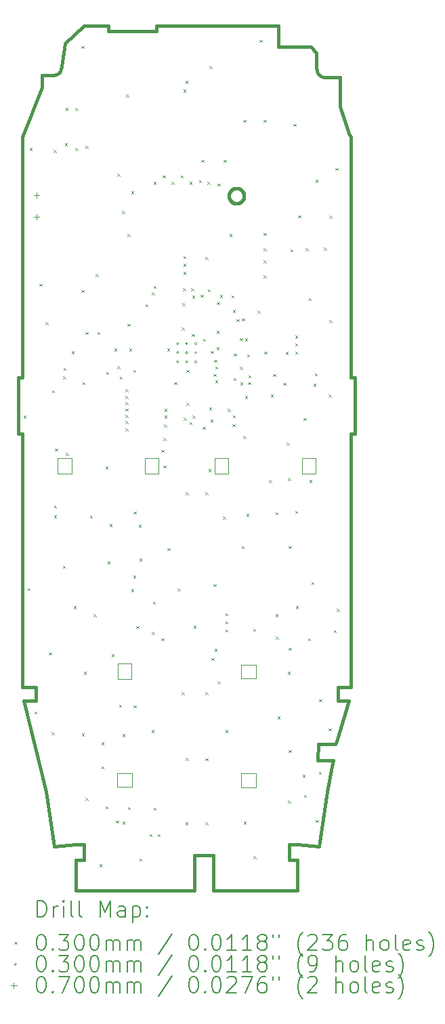
<source format=gbr>
%TF.GenerationSoftware,KiCad,Pcbnew,8.0.4*%
%TF.CreationDate,2025-03-19T09:34:23+11:00*%
%TF.ProjectId,nokia,6e6f6b69-612e-46b6-9963-61645f706362,rev?*%
%TF.SameCoordinates,Original*%
%TF.FileFunction,Drillmap*%
%TF.FilePolarity,Positive*%
%FSLAX45Y45*%
G04 Gerber Fmt 4.5, Leading zero omitted, Abs format (unit mm)*
G04 Created by KiCad (PCBNEW 8.0.4) date 2025-03-19 09:34:23*
%MOMM*%
%LPD*%
G01*
G04 APERTURE LIST*
%ADD10C,0.050000*%
%ADD11C,0.399999*%
%ADD12C,0.200000*%
%ADD13C,0.100000*%
G04 APERTURE END LIST*
D10*
X3380000Y-11275000D02*
X3570000Y-11275000D01*
X3570000Y-11445000D01*
X3380000Y-11445000D01*
X3380000Y-11275000D01*
X3390000Y-9905000D02*
X3560000Y-9905000D01*
X3560000Y-10095000D01*
X3390000Y-10095000D01*
X3390000Y-9905000D01*
X4601500Y-7340000D02*
X4771500Y-7340000D01*
X4771500Y-7530000D01*
X4601500Y-7530000D01*
X4601500Y-7340000D01*
X4930000Y-9915000D02*
X5120000Y-9915000D01*
X5120000Y-10085000D01*
X4930000Y-10085000D01*
X4930000Y-9915000D01*
X4930000Y-11277500D02*
X5120000Y-11277500D01*
X5120000Y-11447500D01*
X4930000Y-11447500D01*
X4930000Y-11277500D01*
D11*
X3271000Y-2001141D02*
X3871000Y-2001141D01*
X3871000Y-1936141D01*
X5400000Y-1936141D01*
X5400000Y-2200000D01*
X5590000Y-2200000D01*
X5804360Y-2200000D01*
X5874359Y-2270000D01*
X5874356Y-2455076D01*
X5880000Y-2505076D01*
X5890000Y-2525076D01*
X5905000Y-2545076D01*
X5920000Y-2560076D01*
X5940000Y-2570076D01*
X5960000Y-2575076D01*
X5975000Y-2575076D01*
X5995000Y-2575008D01*
X6166340Y-2575076D01*
X6166340Y-2942276D01*
X6277353Y-3281646D01*
X6303610Y-3323876D01*
X6303610Y-6330000D01*
X6353610Y-6330000D01*
X6353610Y-7030000D01*
X6303610Y-7030000D01*
X6303610Y-10195000D01*
X6140000Y-10195000D01*
X6140000Y-10365000D01*
X6277858Y-10365858D01*
X6123633Y-10879577D01*
X6110000Y-10909577D01*
X5894104Y-10909577D01*
X5890000Y-11110000D01*
X6081720Y-11110283D01*
X6068636Y-11189738D01*
X6009206Y-11498709D01*
X5907940Y-12184696D01*
X5635947Y-12161100D01*
X5535000Y-12165000D01*
X5531578Y-12359852D01*
X5635947Y-12361100D01*
X5635947Y-12736153D01*
X4585900Y-12736153D01*
X4585900Y-12296100D01*
X4345900Y-12296100D01*
X4345900Y-12736153D01*
X2865935Y-12736153D01*
X2865935Y-12361100D01*
X2970243Y-12359852D01*
X2970000Y-12165000D01*
X2865935Y-12161100D01*
X2593868Y-12185167D01*
X2492676Y-11498709D01*
X2214385Y-10363925D01*
X2365000Y-10365000D01*
X2365000Y-10195000D01*
X2193810Y-10195000D01*
X2193810Y-7030000D01*
X2143810Y-7030000D01*
X2143810Y-6330000D01*
X2193810Y-6330000D01*
X2193810Y-3323885D01*
X2444632Y-2702990D01*
X2444632Y-2550076D01*
X2585000Y-2550076D01*
X2615000Y-2545000D01*
X2650000Y-2530000D01*
X2670000Y-2505000D01*
X2680000Y-2480000D01*
X2687000Y-2440000D01*
X2727010Y-2155000D01*
X2962010Y-1936141D01*
X3271000Y-1936141D01*
X3271000Y-2001141D01*
D10*
X2640000Y-7340000D02*
X2810000Y-7340000D01*
X2810000Y-7530000D01*
X2640000Y-7530000D01*
X2640000Y-7340000D01*
X3731000Y-7340000D02*
X3901000Y-7340000D01*
X3901000Y-7530000D01*
X3731000Y-7530000D01*
X3731000Y-7340000D01*
X5692500Y-7340000D02*
X5862500Y-7340000D01*
X5862500Y-7530000D01*
X5692500Y-7530000D01*
X5692500Y-7340000D01*
D11*
X4877229Y-3965486D02*
X4882052Y-3965854D01*
X4886805Y-3966458D01*
X4891482Y-3967294D01*
X4896077Y-3968355D01*
X4900583Y-3969636D01*
X4904996Y-3971129D01*
X4909309Y-3972831D01*
X4913516Y-3974733D01*
X4917611Y-3976831D01*
X4921588Y-3979118D01*
X4925442Y-3981588D01*
X4929165Y-3984237D01*
X4932753Y-3987056D01*
X4936199Y-3990041D01*
X4939498Y-3993186D01*
X4942643Y-3996485D01*
X4945628Y-3999931D01*
X4948448Y-4003519D01*
X4951096Y-4007242D01*
X4953566Y-4011096D01*
X4955854Y-4015073D01*
X4957951Y-4019168D01*
X4959854Y-4023375D01*
X4961555Y-4027688D01*
X4963048Y-4032101D01*
X4964329Y-4036608D01*
X4965390Y-4041202D01*
X4966226Y-4045879D01*
X4966831Y-4050632D01*
X4967198Y-4055456D01*
X4967323Y-4060343D01*
X4967208Y-4065054D01*
X4966861Y-4069734D01*
X4966286Y-4074373D01*
X4965487Y-4078966D01*
X4964465Y-4083502D01*
X4963225Y-4087976D01*
X4961770Y-4092379D01*
X4960102Y-4096704D01*
X4958226Y-4100942D01*
X4956144Y-4105085D01*
X4953860Y-4109127D01*
X4951377Y-4113059D01*
X4948697Y-4116873D01*
X4945825Y-4120562D01*
X4942764Y-4124118D01*
X4939516Y-4127533D01*
X4936103Y-4130782D01*
X4932549Y-4133846D01*
X4928861Y-4136720D01*
X4925049Y-4139401D01*
X4921118Y-4141887D01*
X4917078Y-4144173D01*
X4912935Y-4146257D01*
X4908698Y-4148136D01*
X4904375Y-4149806D01*
X4899972Y-4151263D01*
X4895499Y-4152506D01*
X4890963Y-4153530D01*
X4886371Y-4154332D01*
X4881732Y-4154909D01*
X4877052Y-4155258D01*
X4872341Y-4155376D01*
X4867628Y-4155260D01*
X4862947Y-4154914D01*
X4858306Y-4154339D01*
X4853712Y-4153538D01*
X4849174Y-4152516D01*
X4844699Y-4151275D01*
X4840294Y-4149819D01*
X4835969Y-4148151D01*
X4831730Y-4146273D01*
X4827585Y-4144190D01*
X4823542Y-4141904D01*
X4819609Y-4139419D01*
X4815794Y-4136738D01*
X4812105Y-4133864D01*
X4808549Y-4130801D01*
X4805133Y-4127551D01*
X4801884Y-4124136D01*
X4798820Y-4120579D01*
X4795946Y-4116890D01*
X4793265Y-4113075D01*
X4790780Y-4109142D01*
X4788494Y-4105099D01*
X4786411Y-4100955D01*
X4784534Y-4096715D01*
X4782865Y-4092390D01*
X4781409Y-4087985D01*
X4780168Y-4083510D01*
X4779146Y-4078972D01*
X4778346Y-4074378D01*
X4777771Y-4069737D01*
X4777424Y-4065056D01*
X4777309Y-4060343D01*
X4777425Y-4055635D01*
X4777773Y-4050959D01*
X4778350Y-4046322D01*
X4779151Y-4041732D01*
X4780174Y-4037197D01*
X4781416Y-4032725D01*
X4782873Y-4028324D01*
X4784541Y-4024001D01*
X4786419Y-4019765D01*
X4788502Y-4015622D01*
X4790788Y-4011582D01*
X4793273Y-4007651D01*
X4795953Y-4003838D01*
X4798827Y-4000150D01*
X4801889Y-3996595D01*
X4805138Y-3993181D01*
X4808553Y-3989933D01*
X4812108Y-3986871D01*
X4815796Y-3983998D01*
X4819610Y-3981318D01*
X4823541Y-3978834D01*
X4827583Y-3976548D01*
X4831726Y-3974466D01*
X4835963Y-3972589D01*
X4840288Y-3970921D01*
X4844690Y-3969464D01*
X4849164Y-3968224D01*
X4853701Y-3967201D01*
X4858293Y-3966401D01*
X4862932Y-3965825D01*
X4867612Y-3965478D01*
X4872323Y-3965361D01*
X4872341Y-3965361D01*
X4877229Y-3965486D01*
D12*
D13*
X2212000Y-6807000D02*
X2242000Y-6837000D01*
X2242000Y-6807000D02*
X2212000Y-6837000D01*
X2260000Y-8960000D02*
X2290000Y-8990000D01*
X2290000Y-8960000D02*
X2260000Y-8990000D01*
X2285000Y-3460000D02*
X2315000Y-3490000D01*
X2315000Y-3460000D02*
X2285000Y-3490000D01*
X2346000Y-10503000D02*
X2376000Y-10533000D01*
X2376000Y-10503000D02*
X2346000Y-10533000D01*
X2410000Y-5160000D02*
X2440000Y-5190000D01*
X2440000Y-5160000D02*
X2410000Y-5190000D01*
X2485000Y-5635000D02*
X2515000Y-5665000D01*
X2515000Y-5635000D02*
X2485000Y-5665000D01*
X2527000Y-9763000D02*
X2557000Y-9793000D01*
X2557000Y-9763000D02*
X2527000Y-9793000D01*
X2560000Y-10760000D02*
X2590000Y-10790000D01*
X2590000Y-10760000D02*
X2560000Y-10790000D01*
X2566000Y-6488000D02*
X2596000Y-6518000D01*
X2596000Y-6488000D02*
X2566000Y-6518000D01*
X2585000Y-3485000D02*
X2615000Y-3515000D01*
X2615000Y-3485000D02*
X2585000Y-3515000D01*
X2590500Y-7925833D02*
X2620500Y-7955833D01*
X2620500Y-7925833D02*
X2590500Y-7955833D01*
X2590500Y-8047850D02*
X2620500Y-8077850D01*
X2620500Y-8047850D02*
X2590500Y-8077850D01*
X2605000Y-7216000D02*
X2635000Y-7246000D01*
X2635000Y-7216000D02*
X2605000Y-7246000D01*
X2703000Y-8682000D02*
X2733000Y-8712000D01*
X2733000Y-8682000D02*
X2703000Y-8712000D01*
X2706000Y-6315000D02*
X2736000Y-6345000D01*
X2736000Y-6315000D02*
X2706000Y-6345000D01*
X2708000Y-6210000D02*
X2738000Y-6240000D01*
X2738000Y-6210000D02*
X2708000Y-6240000D01*
X2727000Y-3400000D02*
X2757000Y-3430000D01*
X2757000Y-3400000D02*
X2727000Y-3430000D01*
X2735000Y-2960000D02*
X2765000Y-2990000D01*
X2765000Y-2960000D02*
X2735000Y-2990000D01*
X2737500Y-7270000D02*
X2767500Y-7300000D01*
X2767500Y-7270000D02*
X2737500Y-7300000D01*
X2812500Y-6000000D02*
X2842500Y-6030000D01*
X2842500Y-6000000D02*
X2812500Y-6030000D01*
X2837000Y-9182500D02*
X2867000Y-9212500D01*
X2867000Y-9182500D02*
X2837000Y-9212500D01*
X2860000Y-2960000D02*
X2890000Y-2990000D01*
X2890000Y-2960000D02*
X2860000Y-2990000D01*
X2860000Y-3460000D02*
X2890000Y-3490000D01*
X2890000Y-3460000D02*
X2860000Y-3490000D01*
X2935000Y-2185000D02*
X2965000Y-2215000D01*
X2965000Y-2185000D02*
X2935000Y-2215000D01*
X2935000Y-5235000D02*
X2965000Y-5265000D01*
X2965000Y-5235000D02*
X2935000Y-5265000D01*
X2937000Y-10777738D02*
X2967000Y-10807738D01*
X2967000Y-10777738D02*
X2937000Y-10807738D01*
X2945000Y-6385000D02*
X2975000Y-6415000D01*
X2975000Y-6385000D02*
X2945000Y-6415000D01*
X2962000Y-10007500D02*
X2992000Y-10037500D01*
X2992000Y-10007500D02*
X2962000Y-10037500D01*
X2985000Y-3435000D02*
X3015000Y-3465000D01*
X3015000Y-3435000D02*
X2985000Y-3465000D01*
X2985000Y-5760000D02*
X3015000Y-5790000D01*
X3015000Y-5760000D02*
X2985000Y-5790000D01*
X2987000Y-11582500D02*
X3017000Y-11612500D01*
X3017000Y-11582500D02*
X2987000Y-11612500D01*
X3040000Y-8055000D02*
X3070000Y-8085000D01*
X3070000Y-8055000D02*
X3040000Y-8085000D01*
X3085000Y-9285000D02*
X3115000Y-9315000D01*
X3115000Y-9285000D02*
X3085000Y-9315000D01*
X3110000Y-5035000D02*
X3140000Y-5065000D01*
X3140000Y-5035000D02*
X3110000Y-5065000D01*
X3135000Y-5760000D02*
X3165000Y-5790000D01*
X3165000Y-5760000D02*
X3135000Y-5790000D01*
X3160000Y-12410000D02*
X3190000Y-12440000D01*
X3190000Y-12410000D02*
X3160000Y-12440000D01*
X3185000Y-10885000D02*
X3215000Y-10915000D01*
X3215000Y-10885000D02*
X3185000Y-10915000D01*
X3185000Y-11185000D02*
X3215000Y-11215000D01*
X3215000Y-11185000D02*
X3185000Y-11215000D01*
X3235000Y-7442500D02*
X3265000Y-7472500D01*
X3265000Y-7442500D02*
X3235000Y-7472500D01*
X3235000Y-11685000D02*
X3265000Y-11715000D01*
X3265000Y-11685000D02*
X3235000Y-11715000D01*
X3242500Y-6257500D02*
X3272500Y-6287500D01*
X3272500Y-6257500D02*
X3242500Y-6287500D01*
X3260000Y-8627000D02*
X3290000Y-8657000D01*
X3290000Y-8627000D02*
X3260000Y-8657000D01*
X3285000Y-8160000D02*
X3315000Y-8190000D01*
X3315000Y-8160000D02*
X3285000Y-8190000D01*
X3310000Y-9785000D02*
X3340000Y-9815000D01*
X3340000Y-9785000D02*
X3310000Y-9815000D01*
X3345000Y-5965000D02*
X3375000Y-5995000D01*
X3375000Y-5965000D02*
X3345000Y-5995000D01*
X3365000Y-11865000D02*
X3395000Y-11895000D01*
X3395000Y-11865000D02*
X3365000Y-11895000D01*
X3383235Y-6186000D02*
X3413235Y-6216000D01*
X3413235Y-6186000D02*
X3383235Y-6216000D01*
X3385000Y-3785000D02*
X3415000Y-3815000D01*
X3415000Y-3785000D02*
X3385000Y-3815000D01*
X3402500Y-10415000D02*
X3432500Y-10445000D01*
X3432500Y-10415000D02*
X3402500Y-10445000D01*
X3412500Y-6317500D02*
X3442500Y-6347500D01*
X3442500Y-6317500D02*
X3412500Y-6347500D01*
X3440000Y-4250000D02*
X3470000Y-4280000D01*
X3470000Y-4250000D02*
X3440000Y-4280000D01*
X3445000Y-10785000D02*
X3475000Y-10815000D01*
X3475000Y-10785000D02*
X3445000Y-10815000D01*
X3445000Y-11875000D02*
X3475000Y-11905000D01*
X3475000Y-11875000D02*
X3445000Y-11905000D01*
X3485000Y-6475000D02*
X3515000Y-6505000D01*
X3515000Y-6475000D02*
X3485000Y-6505000D01*
X3485000Y-6560000D02*
X3515000Y-6590000D01*
X3515000Y-6560000D02*
X3485000Y-6590000D01*
X3485000Y-6965000D02*
X3515000Y-6995000D01*
X3515000Y-6965000D02*
X3485000Y-6995000D01*
X3485244Y-6638245D02*
X3515244Y-6668245D01*
X3515244Y-6638245D02*
X3485244Y-6668245D01*
X3485254Y-6873702D02*
X3515254Y-6903702D01*
X3515254Y-6873702D02*
X3485254Y-6903702D01*
X3485285Y-6716692D02*
X3515285Y-6746692D01*
X3515285Y-6716692D02*
X3485285Y-6746692D01*
X3485367Y-6795100D02*
X3515367Y-6825100D01*
X3515367Y-6795100D02*
X3485367Y-6825100D01*
X3495000Y-2793000D02*
X3525000Y-2823000D01*
X3525000Y-2793000D02*
X3495000Y-2823000D01*
X3510000Y-4535000D02*
X3540000Y-4565000D01*
X3540000Y-4535000D02*
X3510000Y-4565000D01*
X3510000Y-5660000D02*
X3540000Y-5690000D01*
X3540000Y-5660000D02*
X3510000Y-5690000D01*
X3515000Y-11695000D02*
X3545000Y-11725000D01*
X3545000Y-11695000D02*
X3515000Y-11725000D01*
X3530000Y-5965000D02*
X3560000Y-5995000D01*
X3560000Y-5965000D02*
X3530000Y-5995000D01*
X3555000Y-4005000D02*
X3585000Y-4035000D01*
X3585000Y-4005000D02*
X3555000Y-4035000D01*
X3555000Y-8975000D02*
X3585000Y-9005000D01*
X3585000Y-8975000D02*
X3555000Y-9005000D01*
X3581000Y-8805000D02*
X3611000Y-8835000D01*
X3611000Y-8805000D02*
X3581000Y-8835000D01*
X3582500Y-6235000D02*
X3612500Y-6265000D01*
X3612500Y-6235000D02*
X3582500Y-6265000D01*
X3585000Y-10425000D02*
X3615000Y-10455000D01*
X3615000Y-10425000D02*
X3585000Y-10455000D01*
X3588000Y-8003000D02*
X3618000Y-8033000D01*
X3618000Y-8003000D02*
X3588000Y-8033000D01*
X3622000Y-9435000D02*
X3652000Y-9465000D01*
X3652000Y-9435000D02*
X3622000Y-9465000D01*
X3650000Y-8170000D02*
X3680000Y-8200000D01*
X3680000Y-8170000D02*
X3650000Y-8200000D01*
X3660000Y-8590000D02*
X3690000Y-8620000D01*
X3690000Y-8590000D02*
X3660000Y-8620000D01*
X3660000Y-12337000D02*
X3690000Y-12367000D01*
X3690000Y-12337000D02*
X3660000Y-12367000D01*
X3735000Y-5412500D02*
X3765000Y-5442500D01*
X3765000Y-5412500D02*
X3735000Y-5442500D01*
X3785000Y-12035000D02*
X3815000Y-12065000D01*
X3815000Y-12035000D02*
X3785000Y-12065000D01*
X3810000Y-10735000D02*
X3840000Y-10765000D01*
X3840000Y-10735000D02*
X3810000Y-10765000D01*
X3815000Y-9505000D02*
X3845000Y-9535000D01*
X3845000Y-9505000D02*
X3815000Y-9535000D01*
X3816286Y-5262714D02*
X3846286Y-5292714D01*
X3846286Y-5262714D02*
X3816286Y-5292714D01*
X3828000Y-9131000D02*
X3858000Y-9161000D01*
X3858000Y-9131000D02*
X3828000Y-9161000D01*
X3835000Y-3885000D02*
X3865000Y-3915000D01*
X3865000Y-3885000D02*
X3835000Y-3915000D01*
X3835000Y-5185000D02*
X3865000Y-5215000D01*
X3865000Y-5185000D02*
X3835000Y-5215000D01*
X3835000Y-11703000D02*
X3865000Y-11733000D01*
X3865000Y-11703000D02*
X3835000Y-11733000D01*
X3885000Y-12035000D02*
X3915000Y-12065000D01*
X3915000Y-12035000D02*
X3885000Y-12065000D01*
X3932500Y-7232500D02*
X3962500Y-7262500D01*
X3962500Y-7232500D02*
X3932500Y-7262500D01*
X3935000Y-9585000D02*
X3965000Y-9615000D01*
X3965000Y-9585000D02*
X3935000Y-9615000D01*
X3948000Y-3805000D02*
X3978000Y-3835000D01*
X3978000Y-3805000D02*
X3948000Y-3835000D01*
X3957500Y-7427500D02*
X3987500Y-7457500D01*
X3987500Y-7427500D02*
X3957500Y-7457500D01*
X3960000Y-7085000D02*
X3990000Y-7115000D01*
X3990000Y-7085000D02*
X3960000Y-7115000D01*
X3969000Y-6914000D02*
X3999000Y-6944000D01*
X3999000Y-6914000D02*
X3969000Y-6944000D01*
X3972150Y-6806000D02*
X4002150Y-6836000D01*
X4002150Y-6806000D02*
X3972150Y-6836000D01*
X3972150Y-6719339D02*
X4002150Y-6749339D01*
X4002150Y-6719339D02*
X3972150Y-6749339D01*
X4005000Y-5965000D02*
X4035000Y-5995000D01*
X4035000Y-5965000D02*
X4005000Y-5995000D01*
X4010000Y-8460000D02*
X4040000Y-8490000D01*
X4040000Y-8460000D02*
X4010000Y-8490000D01*
X4060000Y-3885000D02*
X4090000Y-3915000D01*
X4090000Y-3885000D02*
X4060000Y-3915000D01*
X4095000Y-6385000D02*
X4125000Y-6415000D01*
X4125000Y-6385000D02*
X4095000Y-6415000D01*
X4135000Y-8965000D02*
X4165000Y-8995000D01*
X4165000Y-8965000D02*
X4135000Y-8995000D01*
X4174000Y-3805000D02*
X4204000Y-3835000D01*
X4204000Y-3805000D02*
X4174000Y-3835000D01*
X4185000Y-5705000D02*
X4215000Y-5735000D01*
X4215000Y-5705000D02*
X4185000Y-5735000D01*
X4185000Y-10260000D02*
X4215000Y-10290000D01*
X4215000Y-10260000D02*
X4185000Y-10290000D01*
X4197500Y-5400000D02*
X4227500Y-5430000D01*
X4227500Y-5400000D02*
X4197500Y-5430000D01*
X4205000Y-5215000D02*
X4235000Y-5245000D01*
X4235000Y-5215000D02*
X4205000Y-5245000D01*
X4210000Y-2735000D02*
X4240000Y-2765000D01*
X4240000Y-2735000D02*
X4210000Y-2765000D01*
X4210000Y-4810000D02*
X4240000Y-4840000D01*
X4240000Y-4810000D02*
X4210000Y-4840000D01*
X4210000Y-4910000D02*
X4240000Y-4940000D01*
X4240000Y-4910000D02*
X4210000Y-4940000D01*
X4210000Y-5010000D02*
X4240000Y-5040000D01*
X4240000Y-5010000D02*
X4210000Y-5040000D01*
X4212707Y-6830958D02*
X4242707Y-6860958D01*
X4242707Y-6830958D02*
X4212707Y-6860958D01*
X4235000Y-2621152D02*
X4265000Y-2651152D01*
X4265000Y-2621152D02*
X4235000Y-2651152D01*
X4235000Y-11885000D02*
X4265000Y-11915000D01*
X4265000Y-11885000D02*
X4235000Y-11915000D01*
X4237000Y-7760000D02*
X4267000Y-7790000D01*
X4267000Y-7760000D02*
X4237000Y-7790000D01*
X4237000Y-11082500D02*
X4267000Y-11112500D01*
X4267000Y-11082500D02*
X4237000Y-11112500D01*
X4245000Y-6235000D02*
X4275000Y-6265000D01*
X4275000Y-6235000D02*
X4245000Y-6265000D01*
X4247500Y-6642500D02*
X4277500Y-6672500D01*
X4277500Y-6642500D02*
X4247500Y-6672500D01*
X4285000Y-3885000D02*
X4315000Y-3915000D01*
X4315000Y-3885000D02*
X4285000Y-3915000D01*
X4285000Y-6885000D02*
X4315000Y-6915000D01*
X4315000Y-6885000D02*
X4285000Y-6915000D01*
X4305000Y-5215000D02*
X4335000Y-5245000D01*
X4335000Y-5215000D02*
X4305000Y-5245000D01*
X4315000Y-5785000D02*
X4345000Y-5815000D01*
X4345000Y-5785000D02*
X4315000Y-5815000D01*
X4317500Y-5307500D02*
X4347500Y-5337500D01*
X4347500Y-5307500D02*
X4317500Y-5337500D01*
X4325000Y-6805000D02*
X4355000Y-6835000D01*
X4355000Y-6805000D02*
X4325000Y-6835000D01*
X4334750Y-9432128D02*
X4364750Y-9462128D01*
X4364750Y-9432128D02*
X4334750Y-9462128D01*
X4405000Y-3865000D02*
X4435000Y-3895000D01*
X4435000Y-3865000D02*
X4405000Y-3895000D01*
X4425000Y-5295000D02*
X4455000Y-5325000D01*
X4455000Y-5295000D02*
X4425000Y-5325000D01*
X4435000Y-3610000D02*
X4465000Y-3640000D01*
X4465000Y-3610000D02*
X4435000Y-3640000D01*
X4447476Y-6945000D02*
X4477476Y-6975000D01*
X4477476Y-6945000D02*
X4447476Y-6975000D01*
X4455000Y-5845000D02*
X4485000Y-5875000D01*
X4485000Y-5845000D02*
X4455000Y-5875000D01*
X4485000Y-4825000D02*
X4515000Y-4855000D01*
X4515000Y-4825000D02*
X4485000Y-4855000D01*
X4485000Y-7760000D02*
X4515000Y-7790000D01*
X4515000Y-7760000D02*
X4485000Y-7790000D01*
X4485000Y-10260000D02*
X4515000Y-10290000D01*
X4515000Y-10260000D02*
X4485000Y-10290000D01*
X4485000Y-11085000D02*
X4515000Y-11115000D01*
X4515000Y-11085000D02*
X4485000Y-11115000D01*
X4485000Y-11885000D02*
X4515000Y-11915000D01*
X4515000Y-11885000D02*
X4485000Y-11915000D01*
X4510000Y-3885000D02*
X4540000Y-3915000D01*
X4540000Y-3885000D02*
X4510000Y-3915000D01*
X4515000Y-5225000D02*
X4545000Y-5255000D01*
X4545000Y-5225000D02*
X4515000Y-5255000D01*
X4521500Y-7475000D02*
X4551500Y-7505000D01*
X4551500Y-7475000D02*
X4521500Y-7505000D01*
X4530000Y-6702500D02*
X4560000Y-6732500D01*
X4560000Y-6702500D02*
X4530000Y-6732500D01*
X4535000Y-2435000D02*
X4565000Y-2465000D01*
X4565000Y-2435000D02*
X4535000Y-2465000D01*
X4547000Y-6854000D02*
X4577000Y-6884000D01*
X4577000Y-6854000D02*
X4547000Y-6884000D01*
X4552500Y-5997500D02*
X4582500Y-6027500D01*
X4582500Y-5997500D02*
X4552500Y-6027500D01*
X4558000Y-9834000D02*
X4588000Y-9864000D01*
X4588000Y-9834000D02*
X4558000Y-9864000D01*
X4585000Y-6285000D02*
X4615000Y-6315000D01*
X4615000Y-6285000D02*
X4585000Y-6315000D01*
X4585000Y-8910000D02*
X4615000Y-8940000D01*
X4615000Y-8910000D02*
X4585000Y-8940000D01*
X4595000Y-6105000D02*
X4625000Y-6135000D01*
X4625000Y-6105000D02*
X4595000Y-6135000D01*
X4597500Y-9720000D02*
X4627500Y-9750000D01*
X4627500Y-9720000D02*
X4597500Y-9750000D01*
X4604985Y-6192040D02*
X4634985Y-6222040D01*
X4634985Y-6192040D02*
X4604985Y-6222040D01*
X4605000Y-6365000D02*
X4635000Y-6395000D01*
X4635000Y-6365000D02*
X4605000Y-6395000D01*
X4622000Y-5745000D02*
X4652000Y-5775000D01*
X4652000Y-5745000D02*
X4622000Y-5775000D01*
X4622500Y-5952500D02*
X4652500Y-5982500D01*
X4652500Y-5952500D02*
X4622500Y-5982500D01*
X4627500Y-5387500D02*
X4657500Y-5417500D01*
X4657500Y-5387500D02*
X4627500Y-5417500D01*
X4635000Y-3905000D02*
X4665000Y-3935000D01*
X4665000Y-3905000D02*
X4635000Y-3935000D01*
X4635000Y-10125000D02*
X4665000Y-10155000D01*
X4665000Y-10125000D02*
X4635000Y-10155000D01*
X4665000Y-5297000D02*
X4695000Y-5327000D01*
X4695000Y-5297000D02*
X4665000Y-5327000D01*
X4702500Y-8067500D02*
X4732500Y-8097500D01*
X4732500Y-8067500D02*
X4702500Y-8097500D01*
X4710000Y-3610000D02*
X4740000Y-3640000D01*
X4740000Y-3610000D02*
X4710000Y-3640000D01*
X4735000Y-9275000D02*
X4765000Y-9305000D01*
X4765000Y-9275000D02*
X4735000Y-9305000D01*
X4735000Y-9375000D02*
X4765000Y-9405000D01*
X4765000Y-9375000D02*
X4735000Y-9405000D01*
X4735000Y-9475000D02*
X4765000Y-9505000D01*
X4765000Y-9475000D02*
X4735000Y-9505000D01*
X4735000Y-10735000D02*
X4765000Y-10765000D01*
X4765000Y-10735000D02*
X4735000Y-10765000D01*
X4765000Y-6719237D02*
X4795000Y-6749237D01*
X4795000Y-6719237D02*
X4765000Y-6749237D01*
X4785000Y-4535000D02*
X4815000Y-4565000D01*
X4815000Y-4535000D02*
X4785000Y-4565000D01*
X4810000Y-5301000D02*
X4840000Y-5331000D01*
X4840000Y-5301000D02*
X4810000Y-5331000D01*
X4822500Y-6909500D02*
X4852500Y-6939500D01*
X4852500Y-6909500D02*
X4822500Y-6939500D01*
X4825000Y-5485000D02*
X4855000Y-5515000D01*
X4855000Y-5485000D02*
X4825000Y-5515000D01*
X4825000Y-6800727D02*
X4855000Y-6830727D01*
X4855000Y-6800727D02*
X4825000Y-6830727D01*
X4835000Y-6335000D02*
X4865000Y-6365000D01*
X4865000Y-6335000D02*
X4835000Y-6365000D01*
X4837000Y-6030000D02*
X4867000Y-6060000D01*
X4867000Y-6030000D02*
X4837000Y-6060000D01*
X4872000Y-5597000D02*
X4902000Y-5627000D01*
X4902000Y-5597000D02*
X4872000Y-5627000D01*
X4917171Y-5837147D02*
X4947171Y-5867147D01*
X4947171Y-5837147D02*
X4917171Y-5867147D01*
X4917500Y-6195000D02*
X4947500Y-6225000D01*
X4947500Y-6195000D02*
X4917500Y-6225000D01*
X4918000Y-6391000D02*
X4948000Y-6421000D01*
X4948000Y-6391000D02*
X4918000Y-6421000D01*
X4935000Y-8435000D02*
X4965000Y-8465000D01*
X4965000Y-8435000D02*
X4935000Y-8465000D01*
X4940000Y-5591000D02*
X4970000Y-5621000D01*
X4970000Y-5591000D02*
X4940000Y-5621000D01*
X4960000Y-3110000D02*
X4990000Y-3140000D01*
X4990000Y-3110000D02*
X4960000Y-3140000D01*
X4960000Y-7060000D02*
X4990000Y-7090000D01*
X4990000Y-7060000D02*
X4960000Y-7090000D01*
X4962500Y-11877500D02*
X4992500Y-11907500D01*
X4992500Y-11877500D02*
X4962500Y-11907500D01*
X4979500Y-6560000D02*
X5009500Y-6590000D01*
X5009500Y-6560000D02*
X4979500Y-6590000D01*
X4980000Y-5838000D02*
X5010000Y-5868000D01*
X5010000Y-5838000D02*
X4980000Y-5868000D01*
X4996000Y-8033000D02*
X5026000Y-8063000D01*
X5026000Y-8033000D02*
X4996000Y-8063000D01*
X5005000Y-6037500D02*
X5035000Y-6067500D01*
X5035000Y-6037500D02*
X5005000Y-6067500D01*
X5015000Y-6385000D02*
X5045000Y-6415000D01*
X5045000Y-6385000D02*
X5015000Y-6415000D01*
X5022500Y-6302500D02*
X5052500Y-6332500D01*
X5052500Y-6302500D02*
X5022500Y-6332500D01*
X5081000Y-9468000D02*
X5111000Y-9498000D01*
X5111000Y-9468000D02*
X5081000Y-9498000D01*
X5085000Y-12310000D02*
X5115000Y-12340000D01*
X5115000Y-12310000D02*
X5085000Y-12340000D01*
X5135000Y-5495000D02*
X5165000Y-5525000D01*
X5165000Y-5495000D02*
X5135000Y-5525000D01*
X5160000Y-2110000D02*
X5190000Y-2140000D01*
X5190000Y-2110000D02*
X5160000Y-2140000D01*
X5210000Y-3110000D02*
X5240000Y-3140000D01*
X5240000Y-3110000D02*
X5210000Y-3140000D01*
X5210000Y-4525000D02*
X5240000Y-4555000D01*
X5240000Y-4525000D02*
X5210000Y-4555000D01*
X5210000Y-4715000D02*
X5240000Y-4745000D01*
X5240000Y-4715000D02*
X5210000Y-4745000D01*
X5210000Y-4865000D02*
X5240000Y-4895000D01*
X5240000Y-4865000D02*
X5210000Y-4895000D01*
X5210000Y-5055000D02*
X5240000Y-5085000D01*
X5240000Y-5055000D02*
X5210000Y-5085000D01*
X5222500Y-6005000D02*
X5252500Y-6035000D01*
X5252500Y-6005000D02*
X5222500Y-6035000D01*
X5281000Y-7611000D02*
X5311000Y-7641000D01*
X5311000Y-7611000D02*
X5281000Y-7641000D01*
X5302500Y-6542500D02*
X5332500Y-6572500D01*
X5332500Y-6542500D02*
X5302500Y-6572500D01*
X5330000Y-6285000D02*
X5360000Y-6315000D01*
X5360000Y-6285000D02*
X5330000Y-6315000D01*
X5360000Y-8010000D02*
X5390000Y-8040000D01*
X5390000Y-8010000D02*
X5360000Y-8040000D01*
X5360000Y-9285000D02*
X5390000Y-9315000D01*
X5390000Y-9285000D02*
X5360000Y-9315000D01*
X5365000Y-9565000D02*
X5395000Y-9595000D01*
X5395000Y-9565000D02*
X5365000Y-9595000D01*
X5385000Y-10565000D02*
X5415000Y-10595000D01*
X5415000Y-10565000D02*
X5385000Y-10595000D01*
X5455000Y-6395000D02*
X5485000Y-6425000D01*
X5485000Y-6395000D02*
X5455000Y-6425000D01*
X5487500Y-6007500D02*
X5517500Y-6037500D01*
X5517500Y-6007500D02*
X5487500Y-6037500D01*
X5501000Y-7143000D02*
X5531000Y-7173000D01*
X5531000Y-7143000D02*
X5501000Y-7173000D01*
X5512000Y-10007500D02*
X5542000Y-10037500D01*
X5542000Y-10007500D02*
X5512000Y-10037500D01*
X5515000Y-7585000D02*
X5545000Y-7615000D01*
X5545000Y-7585000D02*
X5515000Y-7615000D01*
X5518262Y-11613762D02*
X5548262Y-11643762D01*
X5548262Y-11613762D02*
X5518262Y-11643762D01*
X5524824Y-10982852D02*
X5554824Y-11012852D01*
X5554824Y-10982852D02*
X5524824Y-11012852D01*
X5525000Y-8436000D02*
X5555000Y-8466000D01*
X5555000Y-8436000D02*
X5525000Y-8466000D01*
X5525000Y-9705000D02*
X5555000Y-9735000D01*
X5555000Y-9705000D02*
X5525000Y-9735000D01*
X5545000Y-4725000D02*
X5575000Y-4755000D01*
X5575000Y-4725000D02*
X5545000Y-4755000D01*
X5585000Y-3160000D02*
X5615000Y-3190000D01*
X5615000Y-3160000D02*
X5585000Y-3190000D01*
X5605000Y-5805000D02*
X5635000Y-5835000D01*
X5635000Y-5805000D02*
X5605000Y-5835000D01*
X5605000Y-5905000D02*
X5635000Y-5935000D01*
X5635000Y-5905000D02*
X5605000Y-5935000D01*
X5605000Y-6005000D02*
X5635000Y-6035000D01*
X5635000Y-6005000D02*
X5605000Y-6035000D01*
X5605000Y-7995000D02*
X5635000Y-8025000D01*
X5635000Y-7995000D02*
X5605000Y-8025000D01*
X5612000Y-9182500D02*
X5642000Y-9212500D01*
X5642000Y-9182500D02*
X5612000Y-9212500D01*
X5645000Y-4305000D02*
X5675000Y-4335000D01*
X5675000Y-4305000D02*
X5645000Y-4335000D01*
X5697500Y-11292500D02*
X5727500Y-11322500D01*
X5727500Y-11292500D02*
X5697500Y-11322500D01*
X5710000Y-6835000D02*
X5740000Y-6865000D01*
X5740000Y-6835000D02*
X5710000Y-6865000D01*
X5716500Y-11544400D02*
X5746500Y-11574400D01*
X5746500Y-11544400D02*
X5716500Y-11574400D01*
X5738000Y-4714000D02*
X5768000Y-4744000D01*
X5768000Y-4714000D02*
X5738000Y-4744000D01*
X5765000Y-9585000D02*
X5795000Y-9615000D01*
X5795000Y-9585000D02*
X5765000Y-9615000D01*
X5775000Y-5335000D02*
X5805000Y-5365000D01*
X5805000Y-5335000D02*
X5775000Y-5365000D01*
X5785000Y-7610000D02*
X5815000Y-7640000D01*
X5815000Y-7610000D02*
X5785000Y-7640000D01*
X5810000Y-8885000D02*
X5840000Y-8915000D01*
X5840000Y-8885000D02*
X5810000Y-8915000D01*
X5835000Y-6407500D02*
X5865000Y-6437500D01*
X5865000Y-6407500D02*
X5835000Y-6437500D01*
X5850000Y-6275000D02*
X5880000Y-6305000D01*
X5880000Y-6275000D02*
X5850000Y-6305000D01*
X5860000Y-3860000D02*
X5890000Y-3890000D01*
X5890000Y-3860000D02*
X5860000Y-3890000D01*
X5865500Y-11855000D02*
X5895500Y-11885000D01*
X5895500Y-11855000D02*
X5865500Y-11885000D01*
X5900000Y-11255000D02*
X5930000Y-11285000D01*
X5930000Y-11255000D02*
X5900000Y-11285000D01*
X5905000Y-10347500D02*
X5935000Y-10377500D01*
X5935000Y-10347500D02*
X5905000Y-10377500D01*
X5965000Y-4705000D02*
X5995000Y-4735000D01*
X5995000Y-4705000D02*
X5965000Y-4735000D01*
X6025000Y-6545000D02*
X6055000Y-6575000D01*
X6055000Y-6545000D02*
X6025000Y-6575000D01*
X6025000Y-10711000D02*
X6055000Y-10741000D01*
X6055000Y-10711000D02*
X6025000Y-10741000D01*
X6035000Y-4310000D02*
X6065000Y-4340000D01*
X6065000Y-4310000D02*
X6035000Y-4340000D01*
X6035000Y-5610000D02*
X6065000Y-5640000D01*
X6065000Y-5610000D02*
X6035000Y-5640000D01*
X6087500Y-9485000D02*
X6117500Y-9515000D01*
X6117500Y-9485000D02*
X6087500Y-9515000D01*
X6110000Y-3710000D02*
X6140000Y-3740000D01*
X6140000Y-3710000D02*
X6110000Y-3740000D01*
X6125500Y-9220000D02*
X6155500Y-9250000D01*
X6155500Y-9220000D02*
X6125500Y-9250000D01*
X4151317Y-5906667D02*
G75*
G02*
X4121317Y-5906667I-15000J0D01*
G01*
X4121317Y-5906667D02*
G75*
G02*
X4151317Y-5906667I15000J0D01*
G01*
X4151317Y-6020000D02*
G75*
G02*
X4121317Y-6020000I-15000J0D01*
G01*
X4121317Y-6020000D02*
G75*
G02*
X4151317Y-6020000I15000J0D01*
G01*
X4151317Y-6133333D02*
G75*
G02*
X4121317Y-6133333I-15000J0D01*
G01*
X4121317Y-6133333D02*
G75*
G02*
X4151317Y-6133333I15000J0D01*
G01*
X4264650Y-5906667D02*
G75*
G02*
X4234650Y-5906667I-15000J0D01*
G01*
X4234650Y-5906667D02*
G75*
G02*
X4264650Y-5906667I15000J0D01*
G01*
X4264650Y-6020000D02*
G75*
G02*
X4234650Y-6020000I-15000J0D01*
G01*
X4234650Y-6020000D02*
G75*
G02*
X4264650Y-6020000I15000J0D01*
G01*
X4264650Y-6133333D02*
G75*
G02*
X4234650Y-6133333I-15000J0D01*
G01*
X4234650Y-6133333D02*
G75*
G02*
X4264650Y-6133333I15000J0D01*
G01*
X4377983Y-5906667D02*
G75*
G02*
X4347983Y-5906667I-15000J0D01*
G01*
X4347983Y-5906667D02*
G75*
G02*
X4377983Y-5906667I15000J0D01*
G01*
X4377983Y-6020000D02*
G75*
G02*
X4347983Y-6020000I-15000J0D01*
G01*
X4347983Y-6020000D02*
G75*
G02*
X4377983Y-6020000I15000J0D01*
G01*
X4377983Y-6133333D02*
G75*
G02*
X4347983Y-6133333I-15000J0D01*
G01*
X4347983Y-6133333D02*
G75*
G02*
X4377983Y-6133333I15000J0D01*
G01*
X2375000Y-4015000D02*
X2375000Y-4085000D01*
X2340000Y-4050000D02*
X2410000Y-4050000D01*
X2375000Y-4290000D02*
X2375000Y-4360000D01*
X2340000Y-4325000D02*
X2410000Y-4325000D01*
D12*
X2384587Y-13067637D02*
X2384587Y-12867637D01*
X2384587Y-12867637D02*
X2432206Y-12867637D01*
X2432206Y-12867637D02*
X2460778Y-12877160D01*
X2460778Y-12877160D02*
X2479825Y-12896208D01*
X2479825Y-12896208D02*
X2489349Y-12915256D01*
X2489349Y-12915256D02*
X2498873Y-12953351D01*
X2498873Y-12953351D02*
X2498873Y-12981922D01*
X2498873Y-12981922D02*
X2489349Y-13020018D01*
X2489349Y-13020018D02*
X2479825Y-13039065D01*
X2479825Y-13039065D02*
X2460778Y-13058113D01*
X2460778Y-13058113D02*
X2432206Y-13067637D01*
X2432206Y-13067637D02*
X2384587Y-13067637D01*
X2584587Y-13067637D02*
X2584587Y-12934303D01*
X2584587Y-12972399D02*
X2594111Y-12953351D01*
X2594111Y-12953351D02*
X2603635Y-12943827D01*
X2603635Y-12943827D02*
X2622682Y-12934303D01*
X2622682Y-12934303D02*
X2641730Y-12934303D01*
X2708397Y-13067637D02*
X2708397Y-12934303D01*
X2708397Y-12867637D02*
X2698873Y-12877160D01*
X2698873Y-12877160D02*
X2708397Y-12886684D01*
X2708397Y-12886684D02*
X2717920Y-12877160D01*
X2717920Y-12877160D02*
X2708397Y-12867637D01*
X2708397Y-12867637D02*
X2708397Y-12886684D01*
X2832206Y-13067637D02*
X2813158Y-13058113D01*
X2813158Y-13058113D02*
X2803635Y-13039065D01*
X2803635Y-13039065D02*
X2803635Y-12867637D01*
X2936968Y-13067637D02*
X2917920Y-13058113D01*
X2917920Y-13058113D02*
X2908397Y-13039065D01*
X2908397Y-13039065D02*
X2908397Y-12867637D01*
X3165539Y-13067637D02*
X3165539Y-12867637D01*
X3165539Y-12867637D02*
X3232206Y-13010494D01*
X3232206Y-13010494D02*
X3298873Y-12867637D01*
X3298873Y-12867637D02*
X3298873Y-13067637D01*
X3479825Y-13067637D02*
X3479825Y-12962875D01*
X3479825Y-12962875D02*
X3470301Y-12943827D01*
X3470301Y-12943827D02*
X3451254Y-12934303D01*
X3451254Y-12934303D02*
X3413158Y-12934303D01*
X3413158Y-12934303D02*
X3394111Y-12943827D01*
X3479825Y-13058113D02*
X3460778Y-13067637D01*
X3460778Y-13067637D02*
X3413158Y-13067637D01*
X3413158Y-13067637D02*
X3394111Y-13058113D01*
X3394111Y-13058113D02*
X3384587Y-13039065D01*
X3384587Y-13039065D02*
X3384587Y-13020018D01*
X3384587Y-13020018D02*
X3394111Y-13000970D01*
X3394111Y-13000970D02*
X3413158Y-12991446D01*
X3413158Y-12991446D02*
X3460778Y-12991446D01*
X3460778Y-12991446D02*
X3479825Y-12981922D01*
X3575063Y-12934303D02*
X3575063Y-13134303D01*
X3575063Y-12943827D02*
X3594111Y-12934303D01*
X3594111Y-12934303D02*
X3632206Y-12934303D01*
X3632206Y-12934303D02*
X3651254Y-12943827D01*
X3651254Y-12943827D02*
X3660778Y-12953351D01*
X3660778Y-12953351D02*
X3670301Y-12972399D01*
X3670301Y-12972399D02*
X3670301Y-13029541D01*
X3670301Y-13029541D02*
X3660778Y-13048589D01*
X3660778Y-13048589D02*
X3651254Y-13058113D01*
X3651254Y-13058113D02*
X3632206Y-13067637D01*
X3632206Y-13067637D02*
X3594111Y-13067637D01*
X3594111Y-13067637D02*
X3575063Y-13058113D01*
X3756016Y-13048589D02*
X3765539Y-13058113D01*
X3765539Y-13058113D02*
X3756016Y-13067637D01*
X3756016Y-13067637D02*
X3746492Y-13058113D01*
X3746492Y-13058113D02*
X3756016Y-13048589D01*
X3756016Y-13048589D02*
X3756016Y-13067637D01*
X3756016Y-12943827D02*
X3765539Y-12953351D01*
X3765539Y-12953351D02*
X3756016Y-12962875D01*
X3756016Y-12962875D02*
X3746492Y-12953351D01*
X3746492Y-12953351D02*
X3756016Y-12943827D01*
X3756016Y-12943827D02*
X3756016Y-12962875D01*
D13*
X2093810Y-13381153D02*
X2123810Y-13411153D01*
X2123810Y-13381153D02*
X2093810Y-13411153D01*
D12*
X2422682Y-13287637D02*
X2441730Y-13287637D01*
X2441730Y-13287637D02*
X2460778Y-13297160D01*
X2460778Y-13297160D02*
X2470301Y-13306684D01*
X2470301Y-13306684D02*
X2479825Y-13325732D01*
X2479825Y-13325732D02*
X2489349Y-13363827D01*
X2489349Y-13363827D02*
X2489349Y-13411446D01*
X2489349Y-13411446D02*
X2479825Y-13449541D01*
X2479825Y-13449541D02*
X2470301Y-13468589D01*
X2470301Y-13468589D02*
X2460778Y-13478113D01*
X2460778Y-13478113D02*
X2441730Y-13487637D01*
X2441730Y-13487637D02*
X2422682Y-13487637D01*
X2422682Y-13487637D02*
X2403635Y-13478113D01*
X2403635Y-13478113D02*
X2394111Y-13468589D01*
X2394111Y-13468589D02*
X2384587Y-13449541D01*
X2384587Y-13449541D02*
X2375063Y-13411446D01*
X2375063Y-13411446D02*
X2375063Y-13363827D01*
X2375063Y-13363827D02*
X2384587Y-13325732D01*
X2384587Y-13325732D02*
X2394111Y-13306684D01*
X2394111Y-13306684D02*
X2403635Y-13297160D01*
X2403635Y-13297160D02*
X2422682Y-13287637D01*
X2575063Y-13468589D02*
X2584587Y-13478113D01*
X2584587Y-13478113D02*
X2575063Y-13487637D01*
X2575063Y-13487637D02*
X2565540Y-13478113D01*
X2565540Y-13478113D02*
X2575063Y-13468589D01*
X2575063Y-13468589D02*
X2575063Y-13487637D01*
X2651254Y-13287637D02*
X2775063Y-13287637D01*
X2775063Y-13287637D02*
X2708397Y-13363827D01*
X2708397Y-13363827D02*
X2736968Y-13363827D01*
X2736968Y-13363827D02*
X2756016Y-13373351D01*
X2756016Y-13373351D02*
X2765540Y-13382875D01*
X2765540Y-13382875D02*
X2775063Y-13401922D01*
X2775063Y-13401922D02*
X2775063Y-13449541D01*
X2775063Y-13449541D02*
X2765540Y-13468589D01*
X2765540Y-13468589D02*
X2756016Y-13478113D01*
X2756016Y-13478113D02*
X2736968Y-13487637D01*
X2736968Y-13487637D02*
X2679825Y-13487637D01*
X2679825Y-13487637D02*
X2660778Y-13478113D01*
X2660778Y-13478113D02*
X2651254Y-13468589D01*
X2898873Y-13287637D02*
X2917920Y-13287637D01*
X2917920Y-13287637D02*
X2936968Y-13297160D01*
X2936968Y-13297160D02*
X2946492Y-13306684D01*
X2946492Y-13306684D02*
X2956016Y-13325732D01*
X2956016Y-13325732D02*
X2965539Y-13363827D01*
X2965539Y-13363827D02*
X2965539Y-13411446D01*
X2965539Y-13411446D02*
X2956016Y-13449541D01*
X2956016Y-13449541D02*
X2946492Y-13468589D01*
X2946492Y-13468589D02*
X2936968Y-13478113D01*
X2936968Y-13478113D02*
X2917920Y-13487637D01*
X2917920Y-13487637D02*
X2898873Y-13487637D01*
X2898873Y-13487637D02*
X2879825Y-13478113D01*
X2879825Y-13478113D02*
X2870301Y-13468589D01*
X2870301Y-13468589D02*
X2860778Y-13449541D01*
X2860778Y-13449541D02*
X2851254Y-13411446D01*
X2851254Y-13411446D02*
X2851254Y-13363827D01*
X2851254Y-13363827D02*
X2860778Y-13325732D01*
X2860778Y-13325732D02*
X2870301Y-13306684D01*
X2870301Y-13306684D02*
X2879825Y-13297160D01*
X2879825Y-13297160D02*
X2898873Y-13287637D01*
X3089349Y-13287637D02*
X3108397Y-13287637D01*
X3108397Y-13287637D02*
X3127444Y-13297160D01*
X3127444Y-13297160D02*
X3136968Y-13306684D01*
X3136968Y-13306684D02*
X3146492Y-13325732D01*
X3146492Y-13325732D02*
X3156016Y-13363827D01*
X3156016Y-13363827D02*
X3156016Y-13411446D01*
X3156016Y-13411446D02*
X3146492Y-13449541D01*
X3146492Y-13449541D02*
X3136968Y-13468589D01*
X3136968Y-13468589D02*
X3127444Y-13478113D01*
X3127444Y-13478113D02*
X3108397Y-13487637D01*
X3108397Y-13487637D02*
X3089349Y-13487637D01*
X3089349Y-13487637D02*
X3070301Y-13478113D01*
X3070301Y-13478113D02*
X3060778Y-13468589D01*
X3060778Y-13468589D02*
X3051254Y-13449541D01*
X3051254Y-13449541D02*
X3041730Y-13411446D01*
X3041730Y-13411446D02*
X3041730Y-13363827D01*
X3041730Y-13363827D02*
X3051254Y-13325732D01*
X3051254Y-13325732D02*
X3060778Y-13306684D01*
X3060778Y-13306684D02*
X3070301Y-13297160D01*
X3070301Y-13297160D02*
X3089349Y-13287637D01*
X3241730Y-13487637D02*
X3241730Y-13354303D01*
X3241730Y-13373351D02*
X3251254Y-13363827D01*
X3251254Y-13363827D02*
X3270301Y-13354303D01*
X3270301Y-13354303D02*
X3298873Y-13354303D01*
X3298873Y-13354303D02*
X3317920Y-13363827D01*
X3317920Y-13363827D02*
X3327444Y-13382875D01*
X3327444Y-13382875D02*
X3327444Y-13487637D01*
X3327444Y-13382875D02*
X3336968Y-13363827D01*
X3336968Y-13363827D02*
X3356016Y-13354303D01*
X3356016Y-13354303D02*
X3384587Y-13354303D01*
X3384587Y-13354303D02*
X3403635Y-13363827D01*
X3403635Y-13363827D02*
X3413159Y-13382875D01*
X3413159Y-13382875D02*
X3413159Y-13487637D01*
X3508397Y-13487637D02*
X3508397Y-13354303D01*
X3508397Y-13373351D02*
X3517920Y-13363827D01*
X3517920Y-13363827D02*
X3536968Y-13354303D01*
X3536968Y-13354303D02*
X3565540Y-13354303D01*
X3565540Y-13354303D02*
X3584587Y-13363827D01*
X3584587Y-13363827D02*
X3594111Y-13382875D01*
X3594111Y-13382875D02*
X3594111Y-13487637D01*
X3594111Y-13382875D02*
X3603635Y-13363827D01*
X3603635Y-13363827D02*
X3622682Y-13354303D01*
X3622682Y-13354303D02*
X3651254Y-13354303D01*
X3651254Y-13354303D02*
X3670301Y-13363827D01*
X3670301Y-13363827D02*
X3679825Y-13382875D01*
X3679825Y-13382875D02*
X3679825Y-13487637D01*
X4070301Y-13278113D02*
X3898873Y-13535256D01*
X4327444Y-13287637D02*
X4346492Y-13287637D01*
X4346492Y-13287637D02*
X4365540Y-13297160D01*
X4365540Y-13297160D02*
X4375064Y-13306684D01*
X4375064Y-13306684D02*
X4384587Y-13325732D01*
X4384587Y-13325732D02*
X4394111Y-13363827D01*
X4394111Y-13363827D02*
X4394111Y-13411446D01*
X4394111Y-13411446D02*
X4384587Y-13449541D01*
X4384587Y-13449541D02*
X4375064Y-13468589D01*
X4375064Y-13468589D02*
X4365540Y-13478113D01*
X4365540Y-13478113D02*
X4346492Y-13487637D01*
X4346492Y-13487637D02*
X4327444Y-13487637D01*
X4327444Y-13487637D02*
X4308397Y-13478113D01*
X4308397Y-13478113D02*
X4298873Y-13468589D01*
X4298873Y-13468589D02*
X4289349Y-13449541D01*
X4289349Y-13449541D02*
X4279825Y-13411446D01*
X4279825Y-13411446D02*
X4279825Y-13363827D01*
X4279825Y-13363827D02*
X4289349Y-13325732D01*
X4289349Y-13325732D02*
X4298873Y-13306684D01*
X4298873Y-13306684D02*
X4308397Y-13297160D01*
X4308397Y-13297160D02*
X4327444Y-13287637D01*
X4479825Y-13468589D02*
X4489349Y-13478113D01*
X4489349Y-13478113D02*
X4479825Y-13487637D01*
X4479825Y-13487637D02*
X4470302Y-13478113D01*
X4470302Y-13478113D02*
X4479825Y-13468589D01*
X4479825Y-13468589D02*
X4479825Y-13487637D01*
X4613159Y-13287637D02*
X4632206Y-13287637D01*
X4632206Y-13287637D02*
X4651254Y-13297160D01*
X4651254Y-13297160D02*
X4660778Y-13306684D01*
X4660778Y-13306684D02*
X4670302Y-13325732D01*
X4670302Y-13325732D02*
X4679825Y-13363827D01*
X4679825Y-13363827D02*
X4679825Y-13411446D01*
X4679825Y-13411446D02*
X4670302Y-13449541D01*
X4670302Y-13449541D02*
X4660778Y-13468589D01*
X4660778Y-13468589D02*
X4651254Y-13478113D01*
X4651254Y-13478113D02*
X4632206Y-13487637D01*
X4632206Y-13487637D02*
X4613159Y-13487637D01*
X4613159Y-13487637D02*
X4594111Y-13478113D01*
X4594111Y-13478113D02*
X4584587Y-13468589D01*
X4584587Y-13468589D02*
X4575064Y-13449541D01*
X4575064Y-13449541D02*
X4565540Y-13411446D01*
X4565540Y-13411446D02*
X4565540Y-13363827D01*
X4565540Y-13363827D02*
X4575064Y-13325732D01*
X4575064Y-13325732D02*
X4584587Y-13306684D01*
X4584587Y-13306684D02*
X4594111Y-13297160D01*
X4594111Y-13297160D02*
X4613159Y-13287637D01*
X4870302Y-13487637D02*
X4756016Y-13487637D01*
X4813159Y-13487637D02*
X4813159Y-13287637D01*
X4813159Y-13287637D02*
X4794111Y-13316208D01*
X4794111Y-13316208D02*
X4775064Y-13335256D01*
X4775064Y-13335256D02*
X4756016Y-13344779D01*
X5060778Y-13487637D02*
X4946492Y-13487637D01*
X5003635Y-13487637D02*
X5003635Y-13287637D01*
X5003635Y-13287637D02*
X4984587Y-13316208D01*
X4984587Y-13316208D02*
X4965540Y-13335256D01*
X4965540Y-13335256D02*
X4946492Y-13344779D01*
X5175064Y-13373351D02*
X5156016Y-13363827D01*
X5156016Y-13363827D02*
X5146492Y-13354303D01*
X5146492Y-13354303D02*
X5136968Y-13335256D01*
X5136968Y-13335256D02*
X5136968Y-13325732D01*
X5136968Y-13325732D02*
X5146492Y-13306684D01*
X5146492Y-13306684D02*
X5156016Y-13297160D01*
X5156016Y-13297160D02*
X5175064Y-13287637D01*
X5175064Y-13287637D02*
X5213159Y-13287637D01*
X5213159Y-13287637D02*
X5232206Y-13297160D01*
X5232206Y-13297160D02*
X5241730Y-13306684D01*
X5241730Y-13306684D02*
X5251254Y-13325732D01*
X5251254Y-13325732D02*
X5251254Y-13335256D01*
X5251254Y-13335256D02*
X5241730Y-13354303D01*
X5241730Y-13354303D02*
X5232206Y-13363827D01*
X5232206Y-13363827D02*
X5213159Y-13373351D01*
X5213159Y-13373351D02*
X5175064Y-13373351D01*
X5175064Y-13373351D02*
X5156016Y-13382875D01*
X5156016Y-13382875D02*
X5146492Y-13392399D01*
X5146492Y-13392399D02*
X5136968Y-13411446D01*
X5136968Y-13411446D02*
X5136968Y-13449541D01*
X5136968Y-13449541D02*
X5146492Y-13468589D01*
X5146492Y-13468589D02*
X5156016Y-13478113D01*
X5156016Y-13478113D02*
X5175064Y-13487637D01*
X5175064Y-13487637D02*
X5213159Y-13487637D01*
X5213159Y-13487637D02*
X5232206Y-13478113D01*
X5232206Y-13478113D02*
X5241730Y-13468589D01*
X5241730Y-13468589D02*
X5251254Y-13449541D01*
X5251254Y-13449541D02*
X5251254Y-13411446D01*
X5251254Y-13411446D02*
X5241730Y-13392399D01*
X5241730Y-13392399D02*
X5232206Y-13382875D01*
X5232206Y-13382875D02*
X5213159Y-13373351D01*
X5327445Y-13287637D02*
X5327445Y-13325732D01*
X5403635Y-13287637D02*
X5403635Y-13325732D01*
X5698873Y-13563827D02*
X5689349Y-13554303D01*
X5689349Y-13554303D02*
X5670302Y-13525732D01*
X5670302Y-13525732D02*
X5660778Y-13506684D01*
X5660778Y-13506684D02*
X5651254Y-13478113D01*
X5651254Y-13478113D02*
X5641730Y-13430494D01*
X5641730Y-13430494D02*
X5641730Y-13392399D01*
X5641730Y-13392399D02*
X5651254Y-13344779D01*
X5651254Y-13344779D02*
X5660778Y-13316208D01*
X5660778Y-13316208D02*
X5670302Y-13297160D01*
X5670302Y-13297160D02*
X5689349Y-13268589D01*
X5689349Y-13268589D02*
X5698873Y-13259065D01*
X5765540Y-13306684D02*
X5775064Y-13297160D01*
X5775064Y-13297160D02*
X5794111Y-13287637D01*
X5794111Y-13287637D02*
X5841730Y-13287637D01*
X5841730Y-13287637D02*
X5860778Y-13297160D01*
X5860778Y-13297160D02*
X5870302Y-13306684D01*
X5870302Y-13306684D02*
X5879825Y-13325732D01*
X5879825Y-13325732D02*
X5879825Y-13344779D01*
X5879825Y-13344779D02*
X5870302Y-13373351D01*
X5870302Y-13373351D02*
X5756016Y-13487637D01*
X5756016Y-13487637D02*
X5879825Y-13487637D01*
X5946492Y-13287637D02*
X6070302Y-13287637D01*
X6070302Y-13287637D02*
X6003635Y-13363827D01*
X6003635Y-13363827D02*
X6032206Y-13363827D01*
X6032206Y-13363827D02*
X6051254Y-13373351D01*
X6051254Y-13373351D02*
X6060778Y-13382875D01*
X6060778Y-13382875D02*
X6070302Y-13401922D01*
X6070302Y-13401922D02*
X6070302Y-13449541D01*
X6070302Y-13449541D02*
X6060778Y-13468589D01*
X6060778Y-13468589D02*
X6051254Y-13478113D01*
X6051254Y-13478113D02*
X6032206Y-13487637D01*
X6032206Y-13487637D02*
X5975064Y-13487637D01*
X5975064Y-13487637D02*
X5956016Y-13478113D01*
X5956016Y-13478113D02*
X5946492Y-13468589D01*
X6241730Y-13287637D02*
X6203635Y-13287637D01*
X6203635Y-13287637D02*
X6184587Y-13297160D01*
X6184587Y-13297160D02*
X6175064Y-13306684D01*
X6175064Y-13306684D02*
X6156016Y-13335256D01*
X6156016Y-13335256D02*
X6146492Y-13373351D01*
X6146492Y-13373351D02*
X6146492Y-13449541D01*
X6146492Y-13449541D02*
X6156016Y-13468589D01*
X6156016Y-13468589D02*
X6165540Y-13478113D01*
X6165540Y-13478113D02*
X6184587Y-13487637D01*
X6184587Y-13487637D02*
X6222683Y-13487637D01*
X6222683Y-13487637D02*
X6241730Y-13478113D01*
X6241730Y-13478113D02*
X6251254Y-13468589D01*
X6251254Y-13468589D02*
X6260778Y-13449541D01*
X6260778Y-13449541D02*
X6260778Y-13401922D01*
X6260778Y-13401922D02*
X6251254Y-13382875D01*
X6251254Y-13382875D02*
X6241730Y-13373351D01*
X6241730Y-13373351D02*
X6222683Y-13363827D01*
X6222683Y-13363827D02*
X6184587Y-13363827D01*
X6184587Y-13363827D02*
X6165540Y-13373351D01*
X6165540Y-13373351D02*
X6156016Y-13382875D01*
X6156016Y-13382875D02*
X6146492Y-13401922D01*
X6498873Y-13487637D02*
X6498873Y-13287637D01*
X6584587Y-13487637D02*
X6584587Y-13382875D01*
X6584587Y-13382875D02*
X6575064Y-13363827D01*
X6575064Y-13363827D02*
X6556016Y-13354303D01*
X6556016Y-13354303D02*
X6527445Y-13354303D01*
X6527445Y-13354303D02*
X6508397Y-13363827D01*
X6508397Y-13363827D02*
X6498873Y-13373351D01*
X6708397Y-13487637D02*
X6689349Y-13478113D01*
X6689349Y-13478113D02*
X6679826Y-13468589D01*
X6679826Y-13468589D02*
X6670302Y-13449541D01*
X6670302Y-13449541D02*
X6670302Y-13392399D01*
X6670302Y-13392399D02*
X6679826Y-13373351D01*
X6679826Y-13373351D02*
X6689349Y-13363827D01*
X6689349Y-13363827D02*
X6708397Y-13354303D01*
X6708397Y-13354303D02*
X6736968Y-13354303D01*
X6736968Y-13354303D02*
X6756016Y-13363827D01*
X6756016Y-13363827D02*
X6765540Y-13373351D01*
X6765540Y-13373351D02*
X6775064Y-13392399D01*
X6775064Y-13392399D02*
X6775064Y-13449541D01*
X6775064Y-13449541D02*
X6765540Y-13468589D01*
X6765540Y-13468589D02*
X6756016Y-13478113D01*
X6756016Y-13478113D02*
X6736968Y-13487637D01*
X6736968Y-13487637D02*
X6708397Y-13487637D01*
X6889349Y-13487637D02*
X6870302Y-13478113D01*
X6870302Y-13478113D02*
X6860778Y-13459065D01*
X6860778Y-13459065D02*
X6860778Y-13287637D01*
X7041730Y-13478113D02*
X7022683Y-13487637D01*
X7022683Y-13487637D02*
X6984587Y-13487637D01*
X6984587Y-13487637D02*
X6965540Y-13478113D01*
X6965540Y-13478113D02*
X6956016Y-13459065D01*
X6956016Y-13459065D02*
X6956016Y-13382875D01*
X6956016Y-13382875D02*
X6965540Y-13363827D01*
X6965540Y-13363827D02*
X6984587Y-13354303D01*
X6984587Y-13354303D02*
X7022683Y-13354303D01*
X7022683Y-13354303D02*
X7041730Y-13363827D01*
X7041730Y-13363827D02*
X7051254Y-13382875D01*
X7051254Y-13382875D02*
X7051254Y-13401922D01*
X7051254Y-13401922D02*
X6956016Y-13420970D01*
X7127445Y-13478113D02*
X7146492Y-13487637D01*
X7146492Y-13487637D02*
X7184587Y-13487637D01*
X7184587Y-13487637D02*
X7203635Y-13478113D01*
X7203635Y-13478113D02*
X7213159Y-13459065D01*
X7213159Y-13459065D02*
X7213159Y-13449541D01*
X7213159Y-13449541D02*
X7203635Y-13430494D01*
X7203635Y-13430494D02*
X7184587Y-13420970D01*
X7184587Y-13420970D02*
X7156016Y-13420970D01*
X7156016Y-13420970D02*
X7136968Y-13411446D01*
X7136968Y-13411446D02*
X7127445Y-13392399D01*
X7127445Y-13392399D02*
X7127445Y-13382875D01*
X7127445Y-13382875D02*
X7136968Y-13363827D01*
X7136968Y-13363827D02*
X7156016Y-13354303D01*
X7156016Y-13354303D02*
X7184587Y-13354303D01*
X7184587Y-13354303D02*
X7203635Y-13363827D01*
X7279826Y-13563827D02*
X7289349Y-13554303D01*
X7289349Y-13554303D02*
X7308397Y-13525732D01*
X7308397Y-13525732D02*
X7317921Y-13506684D01*
X7317921Y-13506684D02*
X7327445Y-13478113D01*
X7327445Y-13478113D02*
X7336968Y-13430494D01*
X7336968Y-13430494D02*
X7336968Y-13392399D01*
X7336968Y-13392399D02*
X7327445Y-13344779D01*
X7327445Y-13344779D02*
X7317921Y-13316208D01*
X7317921Y-13316208D02*
X7308397Y-13297160D01*
X7308397Y-13297160D02*
X7289349Y-13268589D01*
X7289349Y-13268589D02*
X7279826Y-13259065D01*
D13*
X2123810Y-13660153D02*
G75*
G02*
X2093810Y-13660153I-15000J0D01*
G01*
X2093810Y-13660153D02*
G75*
G02*
X2123810Y-13660153I15000J0D01*
G01*
D12*
X2422682Y-13551637D02*
X2441730Y-13551637D01*
X2441730Y-13551637D02*
X2460778Y-13561160D01*
X2460778Y-13561160D02*
X2470301Y-13570684D01*
X2470301Y-13570684D02*
X2479825Y-13589732D01*
X2479825Y-13589732D02*
X2489349Y-13627827D01*
X2489349Y-13627827D02*
X2489349Y-13675446D01*
X2489349Y-13675446D02*
X2479825Y-13713541D01*
X2479825Y-13713541D02*
X2470301Y-13732589D01*
X2470301Y-13732589D02*
X2460778Y-13742113D01*
X2460778Y-13742113D02*
X2441730Y-13751637D01*
X2441730Y-13751637D02*
X2422682Y-13751637D01*
X2422682Y-13751637D02*
X2403635Y-13742113D01*
X2403635Y-13742113D02*
X2394111Y-13732589D01*
X2394111Y-13732589D02*
X2384587Y-13713541D01*
X2384587Y-13713541D02*
X2375063Y-13675446D01*
X2375063Y-13675446D02*
X2375063Y-13627827D01*
X2375063Y-13627827D02*
X2384587Y-13589732D01*
X2384587Y-13589732D02*
X2394111Y-13570684D01*
X2394111Y-13570684D02*
X2403635Y-13561160D01*
X2403635Y-13561160D02*
X2422682Y-13551637D01*
X2575063Y-13732589D02*
X2584587Y-13742113D01*
X2584587Y-13742113D02*
X2575063Y-13751637D01*
X2575063Y-13751637D02*
X2565540Y-13742113D01*
X2565540Y-13742113D02*
X2575063Y-13732589D01*
X2575063Y-13732589D02*
X2575063Y-13751637D01*
X2651254Y-13551637D02*
X2775063Y-13551637D01*
X2775063Y-13551637D02*
X2708397Y-13627827D01*
X2708397Y-13627827D02*
X2736968Y-13627827D01*
X2736968Y-13627827D02*
X2756016Y-13637351D01*
X2756016Y-13637351D02*
X2765540Y-13646875D01*
X2765540Y-13646875D02*
X2775063Y-13665922D01*
X2775063Y-13665922D02*
X2775063Y-13713541D01*
X2775063Y-13713541D02*
X2765540Y-13732589D01*
X2765540Y-13732589D02*
X2756016Y-13742113D01*
X2756016Y-13742113D02*
X2736968Y-13751637D01*
X2736968Y-13751637D02*
X2679825Y-13751637D01*
X2679825Y-13751637D02*
X2660778Y-13742113D01*
X2660778Y-13742113D02*
X2651254Y-13732589D01*
X2898873Y-13551637D02*
X2917920Y-13551637D01*
X2917920Y-13551637D02*
X2936968Y-13561160D01*
X2936968Y-13561160D02*
X2946492Y-13570684D01*
X2946492Y-13570684D02*
X2956016Y-13589732D01*
X2956016Y-13589732D02*
X2965539Y-13627827D01*
X2965539Y-13627827D02*
X2965539Y-13675446D01*
X2965539Y-13675446D02*
X2956016Y-13713541D01*
X2956016Y-13713541D02*
X2946492Y-13732589D01*
X2946492Y-13732589D02*
X2936968Y-13742113D01*
X2936968Y-13742113D02*
X2917920Y-13751637D01*
X2917920Y-13751637D02*
X2898873Y-13751637D01*
X2898873Y-13751637D02*
X2879825Y-13742113D01*
X2879825Y-13742113D02*
X2870301Y-13732589D01*
X2870301Y-13732589D02*
X2860778Y-13713541D01*
X2860778Y-13713541D02*
X2851254Y-13675446D01*
X2851254Y-13675446D02*
X2851254Y-13627827D01*
X2851254Y-13627827D02*
X2860778Y-13589732D01*
X2860778Y-13589732D02*
X2870301Y-13570684D01*
X2870301Y-13570684D02*
X2879825Y-13561160D01*
X2879825Y-13561160D02*
X2898873Y-13551637D01*
X3089349Y-13551637D02*
X3108397Y-13551637D01*
X3108397Y-13551637D02*
X3127444Y-13561160D01*
X3127444Y-13561160D02*
X3136968Y-13570684D01*
X3136968Y-13570684D02*
X3146492Y-13589732D01*
X3146492Y-13589732D02*
X3156016Y-13627827D01*
X3156016Y-13627827D02*
X3156016Y-13675446D01*
X3156016Y-13675446D02*
X3146492Y-13713541D01*
X3146492Y-13713541D02*
X3136968Y-13732589D01*
X3136968Y-13732589D02*
X3127444Y-13742113D01*
X3127444Y-13742113D02*
X3108397Y-13751637D01*
X3108397Y-13751637D02*
X3089349Y-13751637D01*
X3089349Y-13751637D02*
X3070301Y-13742113D01*
X3070301Y-13742113D02*
X3060778Y-13732589D01*
X3060778Y-13732589D02*
X3051254Y-13713541D01*
X3051254Y-13713541D02*
X3041730Y-13675446D01*
X3041730Y-13675446D02*
X3041730Y-13627827D01*
X3041730Y-13627827D02*
X3051254Y-13589732D01*
X3051254Y-13589732D02*
X3060778Y-13570684D01*
X3060778Y-13570684D02*
X3070301Y-13561160D01*
X3070301Y-13561160D02*
X3089349Y-13551637D01*
X3241730Y-13751637D02*
X3241730Y-13618303D01*
X3241730Y-13637351D02*
X3251254Y-13627827D01*
X3251254Y-13627827D02*
X3270301Y-13618303D01*
X3270301Y-13618303D02*
X3298873Y-13618303D01*
X3298873Y-13618303D02*
X3317920Y-13627827D01*
X3317920Y-13627827D02*
X3327444Y-13646875D01*
X3327444Y-13646875D02*
X3327444Y-13751637D01*
X3327444Y-13646875D02*
X3336968Y-13627827D01*
X3336968Y-13627827D02*
X3356016Y-13618303D01*
X3356016Y-13618303D02*
X3384587Y-13618303D01*
X3384587Y-13618303D02*
X3403635Y-13627827D01*
X3403635Y-13627827D02*
X3413159Y-13646875D01*
X3413159Y-13646875D02*
X3413159Y-13751637D01*
X3508397Y-13751637D02*
X3508397Y-13618303D01*
X3508397Y-13637351D02*
X3517920Y-13627827D01*
X3517920Y-13627827D02*
X3536968Y-13618303D01*
X3536968Y-13618303D02*
X3565540Y-13618303D01*
X3565540Y-13618303D02*
X3584587Y-13627827D01*
X3584587Y-13627827D02*
X3594111Y-13646875D01*
X3594111Y-13646875D02*
X3594111Y-13751637D01*
X3594111Y-13646875D02*
X3603635Y-13627827D01*
X3603635Y-13627827D02*
X3622682Y-13618303D01*
X3622682Y-13618303D02*
X3651254Y-13618303D01*
X3651254Y-13618303D02*
X3670301Y-13627827D01*
X3670301Y-13627827D02*
X3679825Y-13646875D01*
X3679825Y-13646875D02*
X3679825Y-13751637D01*
X4070301Y-13542113D02*
X3898873Y-13799256D01*
X4327444Y-13551637D02*
X4346492Y-13551637D01*
X4346492Y-13551637D02*
X4365540Y-13561160D01*
X4365540Y-13561160D02*
X4375064Y-13570684D01*
X4375064Y-13570684D02*
X4384587Y-13589732D01*
X4384587Y-13589732D02*
X4394111Y-13627827D01*
X4394111Y-13627827D02*
X4394111Y-13675446D01*
X4394111Y-13675446D02*
X4384587Y-13713541D01*
X4384587Y-13713541D02*
X4375064Y-13732589D01*
X4375064Y-13732589D02*
X4365540Y-13742113D01*
X4365540Y-13742113D02*
X4346492Y-13751637D01*
X4346492Y-13751637D02*
X4327444Y-13751637D01*
X4327444Y-13751637D02*
X4308397Y-13742113D01*
X4308397Y-13742113D02*
X4298873Y-13732589D01*
X4298873Y-13732589D02*
X4289349Y-13713541D01*
X4289349Y-13713541D02*
X4279825Y-13675446D01*
X4279825Y-13675446D02*
X4279825Y-13627827D01*
X4279825Y-13627827D02*
X4289349Y-13589732D01*
X4289349Y-13589732D02*
X4298873Y-13570684D01*
X4298873Y-13570684D02*
X4308397Y-13561160D01*
X4308397Y-13561160D02*
X4327444Y-13551637D01*
X4479825Y-13732589D02*
X4489349Y-13742113D01*
X4489349Y-13742113D02*
X4479825Y-13751637D01*
X4479825Y-13751637D02*
X4470302Y-13742113D01*
X4470302Y-13742113D02*
X4479825Y-13732589D01*
X4479825Y-13732589D02*
X4479825Y-13751637D01*
X4613159Y-13551637D02*
X4632206Y-13551637D01*
X4632206Y-13551637D02*
X4651254Y-13561160D01*
X4651254Y-13561160D02*
X4660778Y-13570684D01*
X4660778Y-13570684D02*
X4670302Y-13589732D01*
X4670302Y-13589732D02*
X4679825Y-13627827D01*
X4679825Y-13627827D02*
X4679825Y-13675446D01*
X4679825Y-13675446D02*
X4670302Y-13713541D01*
X4670302Y-13713541D02*
X4660778Y-13732589D01*
X4660778Y-13732589D02*
X4651254Y-13742113D01*
X4651254Y-13742113D02*
X4632206Y-13751637D01*
X4632206Y-13751637D02*
X4613159Y-13751637D01*
X4613159Y-13751637D02*
X4594111Y-13742113D01*
X4594111Y-13742113D02*
X4584587Y-13732589D01*
X4584587Y-13732589D02*
X4575064Y-13713541D01*
X4575064Y-13713541D02*
X4565540Y-13675446D01*
X4565540Y-13675446D02*
X4565540Y-13627827D01*
X4565540Y-13627827D02*
X4575064Y-13589732D01*
X4575064Y-13589732D02*
X4584587Y-13570684D01*
X4584587Y-13570684D02*
X4594111Y-13561160D01*
X4594111Y-13561160D02*
X4613159Y-13551637D01*
X4870302Y-13751637D02*
X4756016Y-13751637D01*
X4813159Y-13751637D02*
X4813159Y-13551637D01*
X4813159Y-13551637D02*
X4794111Y-13580208D01*
X4794111Y-13580208D02*
X4775064Y-13599256D01*
X4775064Y-13599256D02*
X4756016Y-13608779D01*
X5060778Y-13751637D02*
X4946492Y-13751637D01*
X5003635Y-13751637D02*
X5003635Y-13551637D01*
X5003635Y-13551637D02*
X4984587Y-13580208D01*
X4984587Y-13580208D02*
X4965540Y-13599256D01*
X4965540Y-13599256D02*
X4946492Y-13608779D01*
X5175064Y-13637351D02*
X5156016Y-13627827D01*
X5156016Y-13627827D02*
X5146492Y-13618303D01*
X5146492Y-13618303D02*
X5136968Y-13599256D01*
X5136968Y-13599256D02*
X5136968Y-13589732D01*
X5136968Y-13589732D02*
X5146492Y-13570684D01*
X5146492Y-13570684D02*
X5156016Y-13561160D01*
X5156016Y-13561160D02*
X5175064Y-13551637D01*
X5175064Y-13551637D02*
X5213159Y-13551637D01*
X5213159Y-13551637D02*
X5232206Y-13561160D01*
X5232206Y-13561160D02*
X5241730Y-13570684D01*
X5241730Y-13570684D02*
X5251254Y-13589732D01*
X5251254Y-13589732D02*
X5251254Y-13599256D01*
X5251254Y-13599256D02*
X5241730Y-13618303D01*
X5241730Y-13618303D02*
X5232206Y-13627827D01*
X5232206Y-13627827D02*
X5213159Y-13637351D01*
X5213159Y-13637351D02*
X5175064Y-13637351D01*
X5175064Y-13637351D02*
X5156016Y-13646875D01*
X5156016Y-13646875D02*
X5146492Y-13656399D01*
X5146492Y-13656399D02*
X5136968Y-13675446D01*
X5136968Y-13675446D02*
X5136968Y-13713541D01*
X5136968Y-13713541D02*
X5146492Y-13732589D01*
X5146492Y-13732589D02*
X5156016Y-13742113D01*
X5156016Y-13742113D02*
X5175064Y-13751637D01*
X5175064Y-13751637D02*
X5213159Y-13751637D01*
X5213159Y-13751637D02*
X5232206Y-13742113D01*
X5232206Y-13742113D02*
X5241730Y-13732589D01*
X5241730Y-13732589D02*
X5251254Y-13713541D01*
X5251254Y-13713541D02*
X5251254Y-13675446D01*
X5251254Y-13675446D02*
X5241730Y-13656399D01*
X5241730Y-13656399D02*
X5232206Y-13646875D01*
X5232206Y-13646875D02*
X5213159Y-13637351D01*
X5327445Y-13551637D02*
X5327445Y-13589732D01*
X5403635Y-13551637D02*
X5403635Y-13589732D01*
X5698873Y-13827827D02*
X5689349Y-13818303D01*
X5689349Y-13818303D02*
X5670302Y-13789732D01*
X5670302Y-13789732D02*
X5660778Y-13770684D01*
X5660778Y-13770684D02*
X5651254Y-13742113D01*
X5651254Y-13742113D02*
X5641730Y-13694494D01*
X5641730Y-13694494D02*
X5641730Y-13656399D01*
X5641730Y-13656399D02*
X5651254Y-13608779D01*
X5651254Y-13608779D02*
X5660778Y-13580208D01*
X5660778Y-13580208D02*
X5670302Y-13561160D01*
X5670302Y-13561160D02*
X5689349Y-13532589D01*
X5689349Y-13532589D02*
X5698873Y-13523065D01*
X5784587Y-13751637D02*
X5822683Y-13751637D01*
X5822683Y-13751637D02*
X5841730Y-13742113D01*
X5841730Y-13742113D02*
X5851254Y-13732589D01*
X5851254Y-13732589D02*
X5870302Y-13704018D01*
X5870302Y-13704018D02*
X5879825Y-13665922D01*
X5879825Y-13665922D02*
X5879825Y-13589732D01*
X5879825Y-13589732D02*
X5870302Y-13570684D01*
X5870302Y-13570684D02*
X5860778Y-13561160D01*
X5860778Y-13561160D02*
X5841730Y-13551637D01*
X5841730Y-13551637D02*
X5803635Y-13551637D01*
X5803635Y-13551637D02*
X5784587Y-13561160D01*
X5784587Y-13561160D02*
X5775064Y-13570684D01*
X5775064Y-13570684D02*
X5765540Y-13589732D01*
X5765540Y-13589732D02*
X5765540Y-13637351D01*
X5765540Y-13637351D02*
X5775064Y-13656399D01*
X5775064Y-13656399D02*
X5784587Y-13665922D01*
X5784587Y-13665922D02*
X5803635Y-13675446D01*
X5803635Y-13675446D02*
X5841730Y-13675446D01*
X5841730Y-13675446D02*
X5860778Y-13665922D01*
X5860778Y-13665922D02*
X5870302Y-13656399D01*
X5870302Y-13656399D02*
X5879825Y-13637351D01*
X6117921Y-13751637D02*
X6117921Y-13551637D01*
X6203635Y-13751637D02*
X6203635Y-13646875D01*
X6203635Y-13646875D02*
X6194111Y-13627827D01*
X6194111Y-13627827D02*
X6175064Y-13618303D01*
X6175064Y-13618303D02*
X6146492Y-13618303D01*
X6146492Y-13618303D02*
X6127445Y-13627827D01*
X6127445Y-13627827D02*
X6117921Y-13637351D01*
X6327445Y-13751637D02*
X6308397Y-13742113D01*
X6308397Y-13742113D02*
X6298873Y-13732589D01*
X6298873Y-13732589D02*
X6289349Y-13713541D01*
X6289349Y-13713541D02*
X6289349Y-13656399D01*
X6289349Y-13656399D02*
X6298873Y-13637351D01*
X6298873Y-13637351D02*
X6308397Y-13627827D01*
X6308397Y-13627827D02*
X6327445Y-13618303D01*
X6327445Y-13618303D02*
X6356016Y-13618303D01*
X6356016Y-13618303D02*
X6375064Y-13627827D01*
X6375064Y-13627827D02*
X6384587Y-13637351D01*
X6384587Y-13637351D02*
X6394111Y-13656399D01*
X6394111Y-13656399D02*
X6394111Y-13713541D01*
X6394111Y-13713541D02*
X6384587Y-13732589D01*
X6384587Y-13732589D02*
X6375064Y-13742113D01*
X6375064Y-13742113D02*
X6356016Y-13751637D01*
X6356016Y-13751637D02*
X6327445Y-13751637D01*
X6508397Y-13751637D02*
X6489349Y-13742113D01*
X6489349Y-13742113D02*
X6479826Y-13723065D01*
X6479826Y-13723065D02*
X6479826Y-13551637D01*
X6660778Y-13742113D02*
X6641730Y-13751637D01*
X6641730Y-13751637D02*
X6603635Y-13751637D01*
X6603635Y-13751637D02*
X6584587Y-13742113D01*
X6584587Y-13742113D02*
X6575064Y-13723065D01*
X6575064Y-13723065D02*
X6575064Y-13646875D01*
X6575064Y-13646875D02*
X6584587Y-13627827D01*
X6584587Y-13627827D02*
X6603635Y-13618303D01*
X6603635Y-13618303D02*
X6641730Y-13618303D01*
X6641730Y-13618303D02*
X6660778Y-13627827D01*
X6660778Y-13627827D02*
X6670302Y-13646875D01*
X6670302Y-13646875D02*
X6670302Y-13665922D01*
X6670302Y-13665922D02*
X6575064Y-13684970D01*
X6746492Y-13742113D02*
X6765540Y-13751637D01*
X6765540Y-13751637D02*
X6803635Y-13751637D01*
X6803635Y-13751637D02*
X6822683Y-13742113D01*
X6822683Y-13742113D02*
X6832207Y-13723065D01*
X6832207Y-13723065D02*
X6832207Y-13713541D01*
X6832207Y-13713541D02*
X6822683Y-13694494D01*
X6822683Y-13694494D02*
X6803635Y-13684970D01*
X6803635Y-13684970D02*
X6775064Y-13684970D01*
X6775064Y-13684970D02*
X6756016Y-13675446D01*
X6756016Y-13675446D02*
X6746492Y-13656399D01*
X6746492Y-13656399D02*
X6746492Y-13646875D01*
X6746492Y-13646875D02*
X6756016Y-13627827D01*
X6756016Y-13627827D02*
X6775064Y-13618303D01*
X6775064Y-13618303D02*
X6803635Y-13618303D01*
X6803635Y-13618303D02*
X6822683Y-13627827D01*
X6898873Y-13827827D02*
X6908397Y-13818303D01*
X6908397Y-13818303D02*
X6927445Y-13789732D01*
X6927445Y-13789732D02*
X6936968Y-13770684D01*
X6936968Y-13770684D02*
X6946492Y-13742113D01*
X6946492Y-13742113D02*
X6956016Y-13694494D01*
X6956016Y-13694494D02*
X6956016Y-13656399D01*
X6956016Y-13656399D02*
X6946492Y-13608779D01*
X6946492Y-13608779D02*
X6936968Y-13580208D01*
X6936968Y-13580208D02*
X6927445Y-13561160D01*
X6927445Y-13561160D02*
X6908397Y-13532589D01*
X6908397Y-13532589D02*
X6898873Y-13523065D01*
D13*
X2088810Y-13889153D02*
X2088810Y-13959153D01*
X2053810Y-13924153D02*
X2123810Y-13924153D01*
D12*
X2422682Y-13815637D02*
X2441730Y-13815637D01*
X2441730Y-13815637D02*
X2460778Y-13825160D01*
X2460778Y-13825160D02*
X2470301Y-13834684D01*
X2470301Y-13834684D02*
X2479825Y-13853732D01*
X2479825Y-13853732D02*
X2489349Y-13891827D01*
X2489349Y-13891827D02*
X2489349Y-13939446D01*
X2489349Y-13939446D02*
X2479825Y-13977541D01*
X2479825Y-13977541D02*
X2470301Y-13996589D01*
X2470301Y-13996589D02*
X2460778Y-14006113D01*
X2460778Y-14006113D02*
X2441730Y-14015637D01*
X2441730Y-14015637D02*
X2422682Y-14015637D01*
X2422682Y-14015637D02*
X2403635Y-14006113D01*
X2403635Y-14006113D02*
X2394111Y-13996589D01*
X2394111Y-13996589D02*
X2384587Y-13977541D01*
X2384587Y-13977541D02*
X2375063Y-13939446D01*
X2375063Y-13939446D02*
X2375063Y-13891827D01*
X2375063Y-13891827D02*
X2384587Y-13853732D01*
X2384587Y-13853732D02*
X2394111Y-13834684D01*
X2394111Y-13834684D02*
X2403635Y-13825160D01*
X2403635Y-13825160D02*
X2422682Y-13815637D01*
X2575063Y-13996589D02*
X2584587Y-14006113D01*
X2584587Y-14006113D02*
X2575063Y-14015637D01*
X2575063Y-14015637D02*
X2565540Y-14006113D01*
X2565540Y-14006113D02*
X2575063Y-13996589D01*
X2575063Y-13996589D02*
X2575063Y-14015637D01*
X2651254Y-13815637D02*
X2784587Y-13815637D01*
X2784587Y-13815637D02*
X2698873Y-14015637D01*
X2898873Y-13815637D02*
X2917920Y-13815637D01*
X2917920Y-13815637D02*
X2936968Y-13825160D01*
X2936968Y-13825160D02*
X2946492Y-13834684D01*
X2946492Y-13834684D02*
X2956016Y-13853732D01*
X2956016Y-13853732D02*
X2965539Y-13891827D01*
X2965539Y-13891827D02*
X2965539Y-13939446D01*
X2965539Y-13939446D02*
X2956016Y-13977541D01*
X2956016Y-13977541D02*
X2946492Y-13996589D01*
X2946492Y-13996589D02*
X2936968Y-14006113D01*
X2936968Y-14006113D02*
X2917920Y-14015637D01*
X2917920Y-14015637D02*
X2898873Y-14015637D01*
X2898873Y-14015637D02*
X2879825Y-14006113D01*
X2879825Y-14006113D02*
X2870301Y-13996589D01*
X2870301Y-13996589D02*
X2860778Y-13977541D01*
X2860778Y-13977541D02*
X2851254Y-13939446D01*
X2851254Y-13939446D02*
X2851254Y-13891827D01*
X2851254Y-13891827D02*
X2860778Y-13853732D01*
X2860778Y-13853732D02*
X2870301Y-13834684D01*
X2870301Y-13834684D02*
X2879825Y-13825160D01*
X2879825Y-13825160D02*
X2898873Y-13815637D01*
X3089349Y-13815637D02*
X3108397Y-13815637D01*
X3108397Y-13815637D02*
X3127444Y-13825160D01*
X3127444Y-13825160D02*
X3136968Y-13834684D01*
X3136968Y-13834684D02*
X3146492Y-13853732D01*
X3146492Y-13853732D02*
X3156016Y-13891827D01*
X3156016Y-13891827D02*
X3156016Y-13939446D01*
X3156016Y-13939446D02*
X3146492Y-13977541D01*
X3146492Y-13977541D02*
X3136968Y-13996589D01*
X3136968Y-13996589D02*
X3127444Y-14006113D01*
X3127444Y-14006113D02*
X3108397Y-14015637D01*
X3108397Y-14015637D02*
X3089349Y-14015637D01*
X3089349Y-14015637D02*
X3070301Y-14006113D01*
X3070301Y-14006113D02*
X3060778Y-13996589D01*
X3060778Y-13996589D02*
X3051254Y-13977541D01*
X3051254Y-13977541D02*
X3041730Y-13939446D01*
X3041730Y-13939446D02*
X3041730Y-13891827D01*
X3041730Y-13891827D02*
X3051254Y-13853732D01*
X3051254Y-13853732D02*
X3060778Y-13834684D01*
X3060778Y-13834684D02*
X3070301Y-13825160D01*
X3070301Y-13825160D02*
X3089349Y-13815637D01*
X3241730Y-14015637D02*
X3241730Y-13882303D01*
X3241730Y-13901351D02*
X3251254Y-13891827D01*
X3251254Y-13891827D02*
X3270301Y-13882303D01*
X3270301Y-13882303D02*
X3298873Y-13882303D01*
X3298873Y-13882303D02*
X3317920Y-13891827D01*
X3317920Y-13891827D02*
X3327444Y-13910875D01*
X3327444Y-13910875D02*
X3327444Y-14015637D01*
X3327444Y-13910875D02*
X3336968Y-13891827D01*
X3336968Y-13891827D02*
X3356016Y-13882303D01*
X3356016Y-13882303D02*
X3384587Y-13882303D01*
X3384587Y-13882303D02*
X3403635Y-13891827D01*
X3403635Y-13891827D02*
X3413159Y-13910875D01*
X3413159Y-13910875D02*
X3413159Y-14015637D01*
X3508397Y-14015637D02*
X3508397Y-13882303D01*
X3508397Y-13901351D02*
X3517920Y-13891827D01*
X3517920Y-13891827D02*
X3536968Y-13882303D01*
X3536968Y-13882303D02*
X3565540Y-13882303D01*
X3565540Y-13882303D02*
X3584587Y-13891827D01*
X3584587Y-13891827D02*
X3594111Y-13910875D01*
X3594111Y-13910875D02*
X3594111Y-14015637D01*
X3594111Y-13910875D02*
X3603635Y-13891827D01*
X3603635Y-13891827D02*
X3622682Y-13882303D01*
X3622682Y-13882303D02*
X3651254Y-13882303D01*
X3651254Y-13882303D02*
X3670301Y-13891827D01*
X3670301Y-13891827D02*
X3679825Y-13910875D01*
X3679825Y-13910875D02*
X3679825Y-14015637D01*
X4070301Y-13806113D02*
X3898873Y-14063256D01*
X4327444Y-13815637D02*
X4346492Y-13815637D01*
X4346492Y-13815637D02*
X4365540Y-13825160D01*
X4365540Y-13825160D02*
X4375064Y-13834684D01*
X4375064Y-13834684D02*
X4384587Y-13853732D01*
X4384587Y-13853732D02*
X4394111Y-13891827D01*
X4394111Y-13891827D02*
X4394111Y-13939446D01*
X4394111Y-13939446D02*
X4384587Y-13977541D01*
X4384587Y-13977541D02*
X4375064Y-13996589D01*
X4375064Y-13996589D02*
X4365540Y-14006113D01*
X4365540Y-14006113D02*
X4346492Y-14015637D01*
X4346492Y-14015637D02*
X4327444Y-14015637D01*
X4327444Y-14015637D02*
X4308397Y-14006113D01*
X4308397Y-14006113D02*
X4298873Y-13996589D01*
X4298873Y-13996589D02*
X4289349Y-13977541D01*
X4289349Y-13977541D02*
X4279825Y-13939446D01*
X4279825Y-13939446D02*
X4279825Y-13891827D01*
X4279825Y-13891827D02*
X4289349Y-13853732D01*
X4289349Y-13853732D02*
X4298873Y-13834684D01*
X4298873Y-13834684D02*
X4308397Y-13825160D01*
X4308397Y-13825160D02*
X4327444Y-13815637D01*
X4479825Y-13996589D02*
X4489349Y-14006113D01*
X4489349Y-14006113D02*
X4479825Y-14015637D01*
X4479825Y-14015637D02*
X4470302Y-14006113D01*
X4470302Y-14006113D02*
X4479825Y-13996589D01*
X4479825Y-13996589D02*
X4479825Y-14015637D01*
X4613159Y-13815637D02*
X4632206Y-13815637D01*
X4632206Y-13815637D02*
X4651254Y-13825160D01*
X4651254Y-13825160D02*
X4660778Y-13834684D01*
X4660778Y-13834684D02*
X4670302Y-13853732D01*
X4670302Y-13853732D02*
X4679825Y-13891827D01*
X4679825Y-13891827D02*
X4679825Y-13939446D01*
X4679825Y-13939446D02*
X4670302Y-13977541D01*
X4670302Y-13977541D02*
X4660778Y-13996589D01*
X4660778Y-13996589D02*
X4651254Y-14006113D01*
X4651254Y-14006113D02*
X4632206Y-14015637D01*
X4632206Y-14015637D02*
X4613159Y-14015637D01*
X4613159Y-14015637D02*
X4594111Y-14006113D01*
X4594111Y-14006113D02*
X4584587Y-13996589D01*
X4584587Y-13996589D02*
X4575064Y-13977541D01*
X4575064Y-13977541D02*
X4565540Y-13939446D01*
X4565540Y-13939446D02*
X4565540Y-13891827D01*
X4565540Y-13891827D02*
X4575064Y-13853732D01*
X4575064Y-13853732D02*
X4584587Y-13834684D01*
X4584587Y-13834684D02*
X4594111Y-13825160D01*
X4594111Y-13825160D02*
X4613159Y-13815637D01*
X4756016Y-13834684D02*
X4765540Y-13825160D01*
X4765540Y-13825160D02*
X4784587Y-13815637D01*
X4784587Y-13815637D02*
X4832206Y-13815637D01*
X4832206Y-13815637D02*
X4851254Y-13825160D01*
X4851254Y-13825160D02*
X4860778Y-13834684D01*
X4860778Y-13834684D02*
X4870302Y-13853732D01*
X4870302Y-13853732D02*
X4870302Y-13872779D01*
X4870302Y-13872779D02*
X4860778Y-13901351D01*
X4860778Y-13901351D02*
X4746492Y-14015637D01*
X4746492Y-14015637D02*
X4870302Y-14015637D01*
X4936968Y-13815637D02*
X5070302Y-13815637D01*
X5070302Y-13815637D02*
X4984587Y-14015637D01*
X5232206Y-13815637D02*
X5194111Y-13815637D01*
X5194111Y-13815637D02*
X5175064Y-13825160D01*
X5175064Y-13825160D02*
X5165540Y-13834684D01*
X5165540Y-13834684D02*
X5146492Y-13863256D01*
X5146492Y-13863256D02*
X5136968Y-13901351D01*
X5136968Y-13901351D02*
X5136968Y-13977541D01*
X5136968Y-13977541D02*
X5146492Y-13996589D01*
X5146492Y-13996589D02*
X5156016Y-14006113D01*
X5156016Y-14006113D02*
X5175064Y-14015637D01*
X5175064Y-14015637D02*
X5213159Y-14015637D01*
X5213159Y-14015637D02*
X5232206Y-14006113D01*
X5232206Y-14006113D02*
X5241730Y-13996589D01*
X5241730Y-13996589D02*
X5251254Y-13977541D01*
X5251254Y-13977541D02*
X5251254Y-13929922D01*
X5251254Y-13929922D02*
X5241730Y-13910875D01*
X5241730Y-13910875D02*
X5232206Y-13901351D01*
X5232206Y-13901351D02*
X5213159Y-13891827D01*
X5213159Y-13891827D02*
X5175064Y-13891827D01*
X5175064Y-13891827D02*
X5156016Y-13901351D01*
X5156016Y-13901351D02*
X5146492Y-13910875D01*
X5146492Y-13910875D02*
X5136968Y-13929922D01*
X5327445Y-13815637D02*
X5327445Y-13853732D01*
X5403635Y-13815637D02*
X5403635Y-13853732D01*
X5698873Y-14091827D02*
X5689349Y-14082303D01*
X5689349Y-14082303D02*
X5670302Y-14053732D01*
X5670302Y-14053732D02*
X5660778Y-14034684D01*
X5660778Y-14034684D02*
X5651254Y-14006113D01*
X5651254Y-14006113D02*
X5641730Y-13958494D01*
X5641730Y-13958494D02*
X5641730Y-13920399D01*
X5641730Y-13920399D02*
X5651254Y-13872779D01*
X5651254Y-13872779D02*
X5660778Y-13844208D01*
X5660778Y-13844208D02*
X5670302Y-13825160D01*
X5670302Y-13825160D02*
X5689349Y-13796589D01*
X5689349Y-13796589D02*
X5698873Y-13787065D01*
X5765540Y-13834684D02*
X5775064Y-13825160D01*
X5775064Y-13825160D02*
X5794111Y-13815637D01*
X5794111Y-13815637D02*
X5841730Y-13815637D01*
X5841730Y-13815637D02*
X5860778Y-13825160D01*
X5860778Y-13825160D02*
X5870302Y-13834684D01*
X5870302Y-13834684D02*
X5879825Y-13853732D01*
X5879825Y-13853732D02*
X5879825Y-13872779D01*
X5879825Y-13872779D02*
X5870302Y-13901351D01*
X5870302Y-13901351D02*
X5756016Y-14015637D01*
X5756016Y-14015637D02*
X5879825Y-14015637D01*
X6117921Y-14015637D02*
X6117921Y-13815637D01*
X6203635Y-14015637D02*
X6203635Y-13910875D01*
X6203635Y-13910875D02*
X6194111Y-13891827D01*
X6194111Y-13891827D02*
X6175064Y-13882303D01*
X6175064Y-13882303D02*
X6146492Y-13882303D01*
X6146492Y-13882303D02*
X6127445Y-13891827D01*
X6127445Y-13891827D02*
X6117921Y-13901351D01*
X6327445Y-14015637D02*
X6308397Y-14006113D01*
X6308397Y-14006113D02*
X6298873Y-13996589D01*
X6298873Y-13996589D02*
X6289349Y-13977541D01*
X6289349Y-13977541D02*
X6289349Y-13920399D01*
X6289349Y-13920399D02*
X6298873Y-13901351D01*
X6298873Y-13901351D02*
X6308397Y-13891827D01*
X6308397Y-13891827D02*
X6327445Y-13882303D01*
X6327445Y-13882303D02*
X6356016Y-13882303D01*
X6356016Y-13882303D02*
X6375064Y-13891827D01*
X6375064Y-13891827D02*
X6384587Y-13901351D01*
X6384587Y-13901351D02*
X6394111Y-13920399D01*
X6394111Y-13920399D02*
X6394111Y-13977541D01*
X6394111Y-13977541D02*
X6384587Y-13996589D01*
X6384587Y-13996589D02*
X6375064Y-14006113D01*
X6375064Y-14006113D02*
X6356016Y-14015637D01*
X6356016Y-14015637D02*
X6327445Y-14015637D01*
X6508397Y-14015637D02*
X6489349Y-14006113D01*
X6489349Y-14006113D02*
X6479826Y-13987065D01*
X6479826Y-13987065D02*
X6479826Y-13815637D01*
X6660778Y-14006113D02*
X6641730Y-14015637D01*
X6641730Y-14015637D02*
X6603635Y-14015637D01*
X6603635Y-14015637D02*
X6584587Y-14006113D01*
X6584587Y-14006113D02*
X6575064Y-13987065D01*
X6575064Y-13987065D02*
X6575064Y-13910875D01*
X6575064Y-13910875D02*
X6584587Y-13891827D01*
X6584587Y-13891827D02*
X6603635Y-13882303D01*
X6603635Y-13882303D02*
X6641730Y-13882303D01*
X6641730Y-13882303D02*
X6660778Y-13891827D01*
X6660778Y-13891827D02*
X6670302Y-13910875D01*
X6670302Y-13910875D02*
X6670302Y-13929922D01*
X6670302Y-13929922D02*
X6575064Y-13948970D01*
X6746492Y-14006113D02*
X6765540Y-14015637D01*
X6765540Y-14015637D02*
X6803635Y-14015637D01*
X6803635Y-14015637D02*
X6822683Y-14006113D01*
X6822683Y-14006113D02*
X6832207Y-13987065D01*
X6832207Y-13987065D02*
X6832207Y-13977541D01*
X6832207Y-13977541D02*
X6822683Y-13958494D01*
X6822683Y-13958494D02*
X6803635Y-13948970D01*
X6803635Y-13948970D02*
X6775064Y-13948970D01*
X6775064Y-13948970D02*
X6756016Y-13939446D01*
X6756016Y-13939446D02*
X6746492Y-13920399D01*
X6746492Y-13920399D02*
X6746492Y-13910875D01*
X6746492Y-13910875D02*
X6756016Y-13891827D01*
X6756016Y-13891827D02*
X6775064Y-13882303D01*
X6775064Y-13882303D02*
X6803635Y-13882303D01*
X6803635Y-13882303D02*
X6822683Y-13891827D01*
X6898873Y-14091827D02*
X6908397Y-14082303D01*
X6908397Y-14082303D02*
X6927445Y-14053732D01*
X6927445Y-14053732D02*
X6936968Y-14034684D01*
X6936968Y-14034684D02*
X6946492Y-14006113D01*
X6946492Y-14006113D02*
X6956016Y-13958494D01*
X6956016Y-13958494D02*
X6956016Y-13920399D01*
X6956016Y-13920399D02*
X6946492Y-13872779D01*
X6946492Y-13872779D02*
X6936968Y-13844208D01*
X6936968Y-13844208D02*
X6927445Y-13825160D01*
X6927445Y-13825160D02*
X6908397Y-13796589D01*
X6908397Y-13796589D02*
X6898873Y-13787065D01*
M02*

</source>
